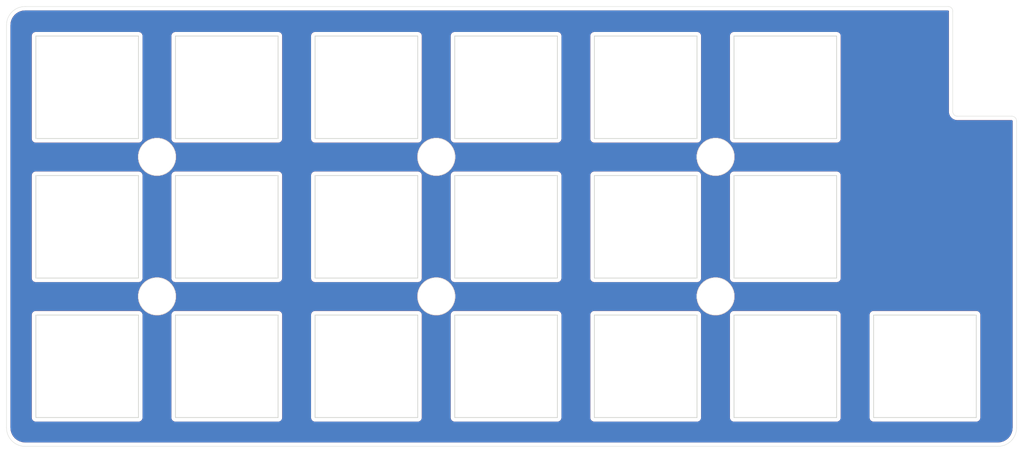
<source format=kicad_pcb>
(kicad_pcb (version 20171130) (host pcbnew "(5.1.7)-1")

  (general
    (thickness 1.6)
    (drawings 94)
    (tracks 0)
    (zones 0)
    (modules 0)
    (nets 1)
  )

  (page A4)
  (layers
    (0 F.Cu signal)
    (31 B.Cu signal)
    (32 B.Adhes user)
    (33 F.Adhes user)
    (34 B.Paste user)
    (35 F.Paste user)
    (36 B.SilkS user)
    (37 F.SilkS user)
    (38 B.Mask user)
    (39 F.Mask user)
    (40 Dwgs.User user)
    (41 Cmts.User user)
    (42 Eco1.User user)
    (43 Eco2.User user)
    (44 Edge.Cuts user)
    (45 Margin user)
    (46 B.CrtYd user)
    (47 F.CrtYd user)
    (48 B.Fab user)
    (49 F.Fab user)
  )

  (setup
    (last_trace_width 0.25)
    (user_trace_width 0.5)
    (trace_clearance 0.2)
    (zone_clearance 0.508)
    (zone_45_only no)
    (trace_min 0.2)
    (via_size 0.8)
    (via_drill 0.4)
    (via_min_size 0.4)
    (via_min_drill 0.3)
    (uvia_size 0.3)
    (uvia_drill 0.1)
    (uvias_allowed no)
    (uvia_min_size 0.2)
    (uvia_min_drill 0.1)
    (edge_width 0.05)
    (segment_width 0.2)
    (pcb_text_width 0.3)
    (pcb_text_size 1.5 1.5)
    (mod_edge_width 0.12)
    (mod_text_size 1 1)
    (mod_text_width 0.15)
    (pad_size 1.524 1.524)
    (pad_drill 0.762)
    (pad_to_mask_clearance 0)
    (aux_axis_origin 0 0)
    (visible_elements 7FFFFFFF)
    (pcbplotparams
      (layerselection 0x010fc_ffffffff)
      (usegerberextensions false)
      (usegerberattributes false)
      (usegerberadvancedattributes false)
      (creategerberjobfile false)
      (excludeedgelayer true)
      (linewidth 0.100000)
      (plotframeref false)
      (viasonmask false)
      (mode 1)
      (useauxorigin false)
      (hpglpennumber 1)
      (hpglpenspeed 20)
      (hpglpendiameter 15.000000)
      (psnegative false)
      (psa4output false)
      (plotreference true)
      (plotvalue false)
      (plotinvisibletext false)
      (padsonsilk true)
      (subtractmaskfromsilk false)
      (outputformat 1)
      (mirror false)
      (drillshape 0)
      (scaleselection 1)
      (outputdirectory "gerber/top_plate/"))
  )

  (net 0 "")

  (net_class Default "これはデフォルトのネット クラスです。"
    (clearance 0.2)
    (trace_width 0.25)
    (via_dia 0.8)
    (via_drill 0.4)
    (uvia_dia 0.3)
    (uvia_drill 0.1)
  )

  (gr_circle (center 135.725 78.575) (end 138.265 78.575) (layer Edge.Cuts) (width 0.05) (tstamp 60FC197F))
  (gr_circle (center 97.625 78.575) (end 100.165 78.575) (layer Edge.Cuts) (width 0.05) (tstamp 60FC1979))
  (gr_circle (center 59.525 78.575) (end 62.065 78.575) (layer Edge.Cuts) (width 0.05) (tstamp 60FC196F))
  (gr_circle (center 135.725 59.525) (end 138.265 59.525) (layer Edge.Cuts) (width 0.05) (tstamp 60FC1960))
  (gr_circle (center 97.625 59.525) (end 100.165 59.525) (layer Edge.Cuts) (width 0.05) (tstamp 60FC1958))
  (gr_circle (center 59.525 59.525) (end 62.065 59.525) (layer Edge.Cuts) (width 0.05))
  (gr_line (start 168.7195 53.975) (end 176.149 53.975) (layer Edge.Cuts) (width 0.05) (tstamp 600D7E95))
  (gr_arc (start 176.149 54.61) (end 176.784 54.61) (angle -90) (layer Edge.Cuts) (width 0.05))
  (gr_arc (start 167.4495 39.624) (end 168.0845 39.624) (angle -90) (layer Edge.Cuts) (width 0.05))
  (gr_arc (start 168.7195 53.34) (end 168.0845 53.34) (angle -90) (layer Edge.Cuts) (width 0.05))
  (gr_line (start 168.0845 39.624) (end 168.0845 53.34) (layer Edge.Cuts) (width 0.05))
  (gr_line (start 95.0888 57.023) (end 81.0895 57.023) (layer Edge.Cuts) (width 0.1))
  (gr_line (start 76.0388 57.023) (end 62.0395 57.023) (layer Edge.Cuts) (width 0.1))
  (gr_line (start 76.0388 43.0237) (end 76.0388 57.023) (layer Edge.Cuts) (width 0.1))
  (gr_line (start 42.98945 57.023) (end 42.98945 43.0237) (layer Edge.Cuts) (width 0.1))
  (gr_line (start 56.989 57.023) (end 42.98945 57.023) (layer Edge.Cuts) (width 0.1))
  (gr_line (start 56.989 43.0237) (end 56.989 57.023) (layer Edge.Cuts) (width 0.1))
  (gr_line (start 81.0895 57.023) (end 81.0895 43.0237) (layer Edge.Cuts) (width 0.1))
  (gr_line (start 62.0395 57.023) (end 62.0395 43.0237) (layer Edge.Cuts) (width 0.1))
  (gr_line (start 42.98945 43.0237) (end 56.989 43.0237) (layer Edge.Cuts) (width 0.1))
  (gr_line (start 62.0395 43.0237) (end 76.0388 43.0237) (layer Edge.Cuts) (width 0.1))
  (gr_line (start 119.1895 95.12316) (end 119.1895 81.1237) (layer Edge.Cuts) (width 0.1))
  (gr_line (start 81.0895 81.1237) (end 95.0888 81.1237) (layer Edge.Cuts) (width 0.1))
  (gr_line (start 100.1395 95.12316) (end 100.1395 81.1237) (layer Edge.Cuts) (width 0.1))
  (gr_line (start 95.0888 81.1237) (end 95.0888 95.12316) (layer Edge.Cuts) (width 0.1))
  (gr_line (start 114.1388 81.1237) (end 114.1388 95.12316) (layer Edge.Cuts) (width 0.1))
  (gr_line (start 76.0388 81.1237) (end 76.0388 95.12316) (layer Edge.Cuts) (width 0.1))
  (gr_line (start 62.0395 81.1237) (end 76.0388 81.1237) (layer Edge.Cuts) (width 0.1))
  (gr_line (start 81.0895 95.12316) (end 81.0895 81.1237) (layer Edge.Cuts) (width 0.1))
  (gr_line (start 95.0888 95.12316) (end 81.0895 95.12316) (layer Edge.Cuts) (width 0.1))
  (gr_line (start 114.1388 95.12316) (end 100.1395 95.12316) (layer Edge.Cuts) (width 0.1))
  (gr_line (start 100.1395 81.1237) (end 114.1388 81.1237) (layer Edge.Cuts) (width 0.1))
  (gr_line (start 56.989 95.12316) (end 42.98945 95.12316) (layer Edge.Cuts) (width 0.1))
  (gr_line (start 56.989 81.1237) (end 56.989 95.12316) (layer Edge.Cuts) (width 0.1))
  (gr_line (start 119.1895 62.0738) (end 133.1888 62.0738) (layer Edge.Cuts) (width 0.1))
  (gr_line (start 42.98945 81.1237) (end 56.989 81.1237) (layer Edge.Cuts) (width 0.1))
  (gr_line (start 76.0388 95.12316) (end 62.0395 95.12316) (layer Edge.Cuts) (width 0.1))
  (gr_line (start 138.2381 76.0732) (end 138.2381 62.0738) (layer Edge.Cuts) (width 0.1))
  (gr_line (start 152.2388 76.0732) (end 138.2381 76.0732) (layer Edge.Cuts) (width 0.1))
  (gr_line (start 152.2388 62.0738) (end 152.2388 76.0732) (layer Edge.Cuts) (width 0.1))
  (gr_line (start 138.2381 62.0738) (end 152.2388 62.0738) (layer Edge.Cuts) (width 0.1))
  (gr_line (start 42.98945 95.12316) (end 42.98945 81.1237) (layer Edge.Cuts) (width 0.1))
  (gr_line (start 62.0395 95.12316) (end 62.0395 81.1237) (layer Edge.Cuts) (width 0.1))
  (gr_line (start 81.0895 62.0738) (end 95.0888 62.0738) (layer Edge.Cuts) (width 0.1))
  (gr_line (start 100.1395 62.0738) (end 114.1388 62.0738) (layer Edge.Cuts) (width 0.1))
  (gr_line (start 133.1888 76.0732) (end 119.1895 76.0732) (layer Edge.Cuts) (width 0.1))
  (gr_line (start 100.1395 76.0732) (end 100.1395 62.0738) (layer Edge.Cuts) (width 0.1))
  (gr_line (start 95.0888 76.0732) (end 81.0895 76.0732) (layer Edge.Cuts) (width 0.1))
  (gr_line (start 95.0888 62.0738) (end 95.0888 76.0732) (layer Edge.Cuts) (width 0.1))
  (gr_line (start 114.1388 76.0732) (end 100.1395 76.0732) (layer Edge.Cuts) (width 0.1))
  (gr_line (start 133.1888 62.0738) (end 133.1888 76.0732) (layer Edge.Cuts) (width 0.1))
  (gr_line (start 114.1388 62.0738) (end 114.1388 76.0732) (layer Edge.Cuts) (width 0.1))
  (gr_line (start 81.0895 76.0732) (end 81.0895 62.0738) (layer Edge.Cuts) (width 0.1))
  (gr_line (start 119.1895 76.0732) (end 119.1895 62.0738) (layer Edge.Cuts) (width 0.1))
  (gr_line (start 133.1888 81.1237) (end 133.1888 95.12316) (layer Edge.Cuts) (width 0.1))
  (gr_line (start 138.2381 95.12316) (end 138.2381 81.1237) (layer Edge.Cuts) (width 0.1))
  (gr_line (start 157.2878 95.12316) (end 157.2878 81.1237) (layer Edge.Cuts) (width 0.1))
  (gr_line (start 138.2381 81.1237) (end 152.2388 81.1237) (layer Edge.Cuts) (width 0.1))
  (gr_line (start 119.1895 81.1237) (end 133.1888 81.1237) (layer Edge.Cuts) (width 0.1))
  (gr_line (start 152.2388 95.12316) (end 138.2381 95.12316) (layer Edge.Cuts) (width 0.1))
  (gr_line (start 157.2878 81.1237) (end 171.2888 81.1237) (layer Edge.Cuts) (width 0.1))
  (gr_line (start 171.2888 95.12316) (end 157.2878 95.12316) (layer Edge.Cuts) (width 0.1))
  (gr_line (start 171.2888 81.1237) (end 171.2888 95.12316) (layer Edge.Cuts) (width 0.1))
  (gr_line (start 152.2388 81.1237) (end 152.2388 95.12316) (layer Edge.Cuts) (width 0.1))
  (gr_line (start 133.1888 95.12316) (end 119.1895 95.12316) (layer Edge.Cuts) (width 0.1))
  (gr_line (start 76.0388 62.0738) (end 76.0388 76.0732) (layer Edge.Cuts) (width 0.1))
  (gr_line (start 62.0395 76.0732) (end 62.0395 62.0738) (layer Edge.Cuts) (width 0.1))
  (gr_line (start 152.2388 57.023) (end 138.2381 57.023) (layer Edge.Cuts) (width 0.1))
  (gr_line (start 42.98945 62.0738) (end 56.989 62.0738) (layer Edge.Cuts) (width 0.1))
  (gr_line (start 152.2388 43.0237) (end 152.2388 57.023) (layer Edge.Cuts) (width 0.1))
  (gr_line (start 138.2381 43.0237) (end 152.2388 43.0237) (layer Edge.Cuts) (width 0.1))
  (gr_line (start 56.989 76.0732) (end 42.98945 76.0732) (layer Edge.Cuts) (width 0.1))
  (gr_line (start 76.0388 76.0732) (end 62.0395 76.0732) (layer Edge.Cuts) (width 0.1))
  (gr_line (start 62.0395 62.0738) (end 76.0388 62.0738) (layer Edge.Cuts) (width 0.1))
  (gr_line (start 42.98945 76.0732) (end 42.98945 62.0738) (layer Edge.Cuts) (width 0.1))
  (gr_line (start 56.989 62.0738) (end 56.989 76.0732) (layer Edge.Cuts) (width 0.1))
  (gr_line (start 133.1888 43.0237) (end 133.1888 57.023) (layer Edge.Cuts) (width 0.1))
  (gr_line (start 81.0895 43.0237) (end 95.0888 43.0237) (layer Edge.Cuts) (width 0.1))
  (gr_line (start 100.1395 57.023) (end 100.1395 43.0237) (layer Edge.Cuts) (width 0.1))
  (gr_line (start 119.1895 43.0237) (end 133.1888 43.0237) (layer Edge.Cuts) (width 0.1))
  (gr_line (start 114.1388 57.023) (end 100.1395 57.023) (layer Edge.Cuts) (width 0.1))
  (gr_line (start 114.1388 43.0237) (end 114.1388 57.023) (layer Edge.Cuts) (width 0.1))
  (gr_line (start 138.2381 57.023) (end 138.2381 43.0237) (layer Edge.Cuts) (width 0.1))
  (gr_line (start 100.1395 43.0237) (end 114.1388 43.0237) (layer Edge.Cuts) (width 0.1))
  (gr_line (start 133.1888 57.023) (end 119.1895 57.023) (layer Edge.Cuts) (width 0.1))
  (gr_line (start 95.0888 43.0237) (end 95.0888 57.023) (layer Edge.Cuts) (width 0.1))
  (gr_line (start 119.1895 57.023) (end 119.1895 43.0237) (layer Edge.Cuts) (width 0.1))
  (gr_arc (start 174.244 96.52) (end 174.244 99.06) (angle -90) (layer Edge.Cuts) (width 0.05))
  (gr_arc (start 41.529 96.52) (end 38.989 96.52) (angle -90) (layer Edge.Cuts) (width 0.05))
  (gr_arc (start 41.529 41.529) (end 41.529 38.989) (angle -90) (layer Edge.Cuts) (width 0.05))
  (gr_line (start 167.4495 38.989) (end 41.529 38.989) (layer Edge.Cuts) (width 0.05))
  (gr_line (start 176.784 96.52) (end 176.784 54.61) (layer Edge.Cuts) (width 0.05) (tstamp 5FFAEA58))
  (gr_line (start 41.529 99.06) (end 174.244 99.06) (layer Edge.Cuts) (width 0.05))
  (gr_line (start 38.989 41.529) (end 38.989 96.52) (layer Edge.Cuts) (width 0.05))

  (zone (net 0) (net_name "") (layer F.Cu) (tstamp 600DF9DB) (hatch edge 0.508)
    (connect_pads (clearance 0.508))
    (min_thickness 0.254)
    (fill yes (arc_segments 32) (thermal_gap 0.508) (thermal_bridge_width 0.508))
    (polygon
      (pts
        (xy 177.8 101.6) (xy 38.1 101.6) (xy 38.1 38.1) (xy 177.8 38.1)
      )
    )
    (filled_polygon
      (pts
        (xy 167.424013 39.649666) (xy 167.4245 39.654301) (xy 167.424501 53.372419) (xy 167.427258 53.40041) (xy 167.427231 53.404255)
        (xy 167.428131 53.413426) (xy 167.441086 53.536677) (xy 167.453115 53.595274) (xy 167.464322 53.654028) (xy 167.466986 53.66285)
        (xy 167.503633 53.781238) (xy 167.526808 53.836368) (xy 167.549222 53.891847) (xy 167.553549 53.899983) (xy 167.612492 54.008998)
        (xy 167.645937 54.058582) (xy 167.678697 54.108645) (xy 167.684522 54.115786) (xy 167.763518 54.211276) (xy 167.805967 54.25343)
        (xy 167.847815 54.296165) (xy 167.854916 54.302039) (xy 167.950955 54.380367) (xy 168.000781 54.413472) (xy 168.050138 54.447267)
        (xy 168.058244 54.45165) (xy 168.167667 54.509832) (xy 168.222959 54.532621) (xy 168.277955 54.556193) (xy 168.286758 54.558918)
        (xy 168.405399 54.594737) (xy 168.464083 54.606357) (xy 168.522594 54.618794) (xy 168.53175 54.619756) (xy 168.531755 54.619757)
        (xy 168.531759 54.619757) (xy 168.655097 54.63185) (xy 168.655098 54.63185) (xy 168.687081 54.635) (xy 176.116725 54.635)
        (xy 176.123513 54.635666) (xy 176.124001 54.64031) (xy 176.124 96.487721) (xy 176.085091 96.884545) (xy 175.97922 97.235206)
        (xy 175.807257 97.558623) (xy 175.575748 97.842482) (xy 175.293514 98.075965) (xy 174.971304 98.250184) (xy 174.621385 98.358502)
        (xy 174.226557 98.4) (xy 41.561279 98.4) (xy 41.164455 98.361091) (xy 40.813794 98.25522) (xy 40.490377 98.083257)
        (xy 40.206518 97.851748) (xy 39.973035 97.569514) (xy 39.798816 97.247304) (xy 39.690498 96.897385) (xy 39.649 96.502557)
        (xy 39.649 81.1237) (xy 42.301136 81.1237) (xy 42.304451 81.157357) (xy 42.30445 95.089513) (xy 42.301136 95.12316)
        (xy 42.314362 95.257443) (xy 42.353531 95.386566) (xy 42.417138 95.505567) (xy 42.502739 95.609871) (xy 42.607043 95.695472)
        (xy 42.726044 95.759079) (xy 42.855167 95.798248) (xy 42.98945 95.811474) (xy 43.023097 95.80816) (xy 56.955353 95.80816)
        (xy 56.989 95.811474) (xy 57.123283 95.798248) (xy 57.252406 95.759079) (xy 57.371407 95.695472) (xy 57.475711 95.609871)
        (xy 57.561312 95.505567) (xy 57.624919 95.386566) (xy 57.664088 95.257443) (xy 57.674 95.156807) (xy 57.674 95.156806)
        (xy 57.677314 95.12316) (xy 57.674 95.089513) (xy 57.674 81.157347) (xy 57.677314 81.1237) (xy 57.664088 80.989417)
        (xy 57.624919 80.860294) (xy 57.561312 80.741293) (xy 57.475711 80.636989) (xy 57.371407 80.551388) (xy 57.252406 80.487781)
        (xy 57.123283 80.448612) (xy 57.022647 80.4387) (xy 56.989 80.435386) (xy 56.955353 80.4387) (xy 43.023097 80.4387)
        (xy 42.98945 80.435386) (xy 42.955803 80.4387) (xy 42.855167 80.448612) (xy 42.726044 80.487781) (xy 42.607043 80.551388)
        (xy 42.502739 80.636989) (xy 42.417138 80.741293) (xy 42.353531 80.860294) (xy 42.314362 80.989417) (xy 42.301136 81.1237)
        (xy 39.649 81.1237) (xy 39.649 78.305626) (xy 56.79 78.305626) (xy 56.79 78.844374) (xy 56.895105 79.37277)
        (xy 57.101275 79.870508) (xy 57.400587 80.318461) (xy 57.781539 80.699413) (xy 58.229492 80.998725) (xy 58.72723 81.204895)
        (xy 59.255626 81.31) (xy 59.794374 81.31) (xy 60.32277 81.204895) (xy 60.518791 81.1237) (xy 61.351186 81.1237)
        (xy 61.354501 81.157357) (xy 61.3545 95.089513) (xy 61.351186 95.12316) (xy 61.364412 95.257443) (xy 61.403581 95.386566)
        (xy 61.467188 95.505567) (xy 61.552789 95.609871) (xy 61.657093 95.695472) (xy 61.776094 95.759079) (xy 61.905217 95.798248)
        (xy 62.0395 95.811474) (xy 62.073147 95.80816) (xy 76.005153 95.80816) (xy 76.0388 95.811474) (xy 76.173083 95.798248)
        (xy 76.302206 95.759079) (xy 76.421207 95.695472) (xy 76.525511 95.609871) (xy 76.611112 95.505567) (xy 76.674719 95.386566)
        (xy 76.713888 95.257443) (xy 76.7238 95.156807) (xy 76.7238 95.156806) (xy 76.727114 95.12316) (xy 76.7238 95.089513)
        (xy 76.7238 81.157347) (xy 76.727114 81.1237) (xy 80.401186 81.1237) (xy 80.404501 81.157357) (xy 80.4045 95.089513)
        (xy 80.401186 95.12316) (xy 80.414412 95.257443) (xy 80.453581 95.386566) (xy 80.517188 95.505567) (xy 80.602789 95.609871)
        (xy 80.707093 95.695472) (xy 80.826094 95.759079) (xy 80.955217 95.798248) (xy 81.0895 95.811474) (xy 81.123147 95.80816)
        (xy 95.055153 95.80816) (xy 95.0888 95.811474) (xy 95.223083 95.798248) (xy 95.352206 95.759079) (xy 95.471207 95.695472)
        (xy 95.575511 95.609871) (xy 95.661112 95.505567) (xy 95.724719 95.386566) (xy 95.763888 95.257443) (xy 95.7738 95.156807)
        (xy 95.7738 95.156806) (xy 95.777114 95.12316) (xy 95.7738 95.089513) (xy 95.7738 81.157347) (xy 95.777114 81.1237)
        (xy 95.763888 80.989417) (xy 95.724719 80.860294) (xy 95.661112 80.741293) (xy 95.575511 80.636989) (xy 95.471207 80.551388)
        (xy 95.352206 80.487781) (xy 95.223083 80.448612) (xy 95.122447 80.4387) (xy 95.0888 80.435386) (xy 95.055153 80.4387)
        (xy 81.123147 80.4387) (xy 81.0895 80.435386) (xy 81.055853 80.4387) (xy 80.955217 80.448612) (xy 80.826094 80.487781)
        (xy 80.707093 80.551388) (xy 80.602789 80.636989) (xy 80.517188 80.741293) (xy 80.453581 80.860294) (xy 80.414412 80.989417)
        (xy 80.401186 81.1237) (xy 76.727114 81.1237) (xy 76.713888 80.989417) (xy 76.674719 80.860294) (xy 76.611112 80.741293)
        (xy 76.525511 80.636989) (xy 76.421207 80.551388) (xy 76.302206 80.487781) (xy 76.173083 80.448612) (xy 76.072447 80.4387)
        (xy 76.0388 80.435386) (xy 76.005153 80.4387) (xy 62.073147 80.4387) (xy 62.0395 80.435386) (xy 62.005853 80.4387)
        (xy 61.905217 80.448612) (xy 61.776094 80.487781) (xy 61.657093 80.551388) (xy 61.552789 80.636989) (xy 61.467188 80.741293)
        (xy 61.403581 80.860294) (xy 61.364412 80.989417) (xy 61.351186 81.1237) (xy 60.518791 81.1237) (xy 60.820508 80.998725)
        (xy 61.268461 80.699413) (xy 61.649413 80.318461) (xy 61.948725 79.870508) (xy 62.154895 79.37277) (xy 62.26 78.844374)
        (xy 62.26 78.305626) (xy 94.89 78.305626) (xy 94.89 78.844374) (xy 94.995105 79.37277) (xy 95.201275 79.870508)
        (xy 95.500587 80.318461) (xy 95.881539 80.699413) (xy 96.329492 80.998725) (xy 96.82723 81.204895) (xy 97.355626 81.31)
        (xy 97.894374 81.31) (xy 98.42277 81.204895) (xy 98.618791 81.1237) (xy 99.451186 81.1237) (xy 99.454501 81.157357)
        (xy 99.4545 95.089513) (xy 99.451186 95.12316) (xy 99.464412 95.257443) (xy 99.503581 95.386566) (xy 99.567188 95.505567)
        (xy 99.652789 95.609871) (xy 99.757093 95.695472) (xy 99.876094 95.759079) (xy 100.005217 95.798248) (xy 100.1395 95.811474)
        (xy 100.173147 95.80816) (xy 114.105153 95.80816) (xy 114.1388 95.811474) (xy 114.273083 95.798248) (xy 114.402206 95.759079)
        (xy 114.521207 95.695472) (xy 114.625511 95.609871) (xy 114.711112 95.505567) (xy 114.774719 95.386566) (xy 114.813888 95.257443)
        (xy 114.8238 95.156807) (xy 114.8238 95.156806) (xy 114.827114 95.12316) (xy 114.8238 95.089513) (xy 114.8238 81.157347)
        (xy 114.827114 81.1237) (xy 118.501186 81.1237) (xy 118.504501 81.157357) (xy 118.5045 95.089513) (xy 118.501186 95.12316)
        (xy 118.514412 95.257443) (xy 118.553581 95.386566) (xy 118.617188 95.505567) (xy 118.702789 95.609871) (xy 118.807093 95.695472)
        (xy 118.926094 95.759079) (xy 119.055217 95.798248) (xy 119.1895 95.811474) (xy 119.223147 95.80816) (xy 133.155153 95.80816)
        (xy 133.1888 95.811474) (xy 133.323083 95.798248) (xy 133.452206 95.759079) (xy 133.571207 95.695472) (xy 133.675511 95.609871)
        (xy 133.761112 95.505567) (xy 133.824719 95.386566) (xy 133.863888 95.257443) (xy 133.8738 95.156807) (xy 133.8738 95.156806)
        (xy 133.877114 95.12316) (xy 133.8738 95.089513) (xy 133.8738 81.157347) (xy 133.877114 81.1237) (xy 133.863888 80.989417)
        (xy 133.824719 80.860294) (xy 133.761112 80.741293) (xy 133.675511 80.636989) (xy 133.571207 80.551388) (xy 133.452206 80.487781)
        (xy 133.323083 80.448612) (xy 133.222447 80.4387) (xy 133.1888 80.435386) (xy 133.155153 80.4387) (xy 119.223147 80.4387)
        (xy 119.1895 80.435386) (xy 119.155853 80.4387) (xy 119.055217 80.448612) (xy 118.926094 80.487781) (xy 118.807093 80.551388)
        (xy 118.702789 80.636989) (xy 118.617188 80.741293) (xy 118.553581 80.860294) (xy 118.514412 80.989417) (xy 118.501186 81.1237)
        (xy 114.827114 81.1237) (xy 114.813888 80.989417) (xy 114.774719 80.860294) (xy 114.711112 80.741293) (xy 114.625511 80.636989)
        (xy 114.521207 80.551388) (xy 114.402206 80.487781) (xy 114.273083 80.448612) (xy 114.172447 80.4387) (xy 114.1388 80.435386)
        (xy 114.105153 80.4387) (xy 100.173147 80.4387) (xy 100.1395 80.435386) (xy 100.105853 80.4387) (xy 100.005217 80.448612)
        (xy 99.876094 80.487781) (xy 99.757093 80.551388) (xy 99.652789 80.636989) (xy 99.567188 80.741293) (xy 99.503581 80.860294)
        (xy 99.464412 80.989417) (xy 99.451186 81.1237) (xy 98.618791 81.1237) (xy 98.920508 80.998725) (xy 99.368461 80.699413)
        (xy 99.749413 80.318461) (xy 100.048725 79.870508) (xy 100.254895 79.37277) (xy 100.36 78.844374) (xy 100.36 78.305626)
        (xy 132.99 78.305626) (xy 132.99 78.844374) (xy 133.095105 79.37277) (xy 133.301275 79.870508) (xy 133.600587 80.318461)
        (xy 133.981539 80.699413) (xy 134.429492 80.998725) (xy 134.92723 81.204895) (xy 135.455626 81.31) (xy 135.994374 81.31)
        (xy 136.52277 81.204895) (xy 136.718791 81.1237) (xy 137.549786 81.1237) (xy 137.553101 81.157357) (xy 137.5531 95.089513)
        (xy 137.549786 95.12316) (xy 137.563012 95.257443) (xy 137.602181 95.386566) (xy 137.665788 95.505567) (xy 137.751389 95.609871)
        (xy 137.855693 95.695472) (xy 137.974694 95.759079) (xy 138.103817 95.798248) (xy 138.2381 95.811474) (xy 138.271747 95.80816)
        (xy 152.205153 95.80816) (xy 152.2388 95.811474) (xy 152.373083 95.798248) (xy 152.502206 95.759079) (xy 152.621207 95.695472)
        (xy 152.725511 95.609871) (xy 152.811112 95.505567) (xy 152.874719 95.386566) (xy 152.913888 95.257443) (xy 152.9238 95.156807)
        (xy 152.9238 95.156806) (xy 152.927114 95.12316) (xy 152.9238 95.089513) (xy 152.9238 81.157347) (xy 152.927114 81.1237)
        (xy 156.599486 81.1237) (xy 156.602801 81.157357) (xy 156.6028 95.089513) (xy 156.599486 95.12316) (xy 156.612712 95.257443)
        (xy 156.651881 95.386566) (xy 156.715488 95.505567) (xy 156.801089 95.609871) (xy 156.905393 95.695472) (xy 157.024394 95.759079)
        (xy 157.153517 95.798248) (xy 157.2878 95.811474) (xy 157.321447 95.80816) (xy 171.255153 95.80816) (xy 171.2888 95.811474)
        (xy 171.423083 95.798248) (xy 171.552206 95.759079) (xy 171.671207 95.695472) (xy 171.775511 95.609871) (xy 171.861112 95.505567)
        (xy 171.924719 95.386566) (xy 171.963888 95.257443) (xy 171.9738 95.156807) (xy 171.9738 95.156806) (xy 171.977114 95.12316)
        (xy 171.9738 95.089513) (xy 171.9738 81.157347) (xy 171.977114 81.1237) (xy 171.963888 80.989417) (xy 171.924719 80.860294)
        (xy 171.861112 80.741293) (xy 171.775511 80.636989) (xy 171.671207 80.551388) (xy 171.552206 80.487781) (xy 171.423083 80.448612)
        (xy 171.322447 80.4387) (xy 171.2888 80.435386) (xy 171.255153 80.4387) (xy 157.321447 80.4387) (xy 157.2878 80.435386)
        (xy 157.254153 80.4387) (xy 157.153517 80.448612) (xy 157.024394 80.487781) (xy 156.905393 80.551388) (xy 156.801089 80.636989)
        (xy 156.715488 80.741293) (xy 156.651881 80.860294) (xy 156.612712 80.989417) (xy 156.599486 81.1237) (xy 152.927114 81.1237)
        (xy 152.913888 80.989417) (xy 152.874719 80.860294) (xy 152.811112 80.741293) (xy 152.725511 80.636989) (xy 152.621207 80.551388)
        (xy 152.502206 80.487781) (xy 152.373083 80.448612) (xy 152.272447 80.4387) (xy 152.2388 80.435386) (xy 152.205153 80.4387)
        (xy 138.271747 80.4387) (xy 138.2381 80.435386) (xy 138.204453 80.4387) (xy 138.103817 80.448612) (xy 137.974694 80.487781)
        (xy 137.855693 80.551388) (xy 137.751389 80.636989) (xy 137.665788 80.741293) (xy 137.602181 80.860294) (xy 137.563012 80.989417)
        (xy 137.549786 81.1237) (xy 136.718791 81.1237) (xy 137.020508 80.998725) (xy 137.468461 80.699413) (xy 137.849413 80.318461)
        (xy 138.148725 79.870508) (xy 138.354895 79.37277) (xy 138.46 78.844374) (xy 138.46 78.305626) (xy 138.354895 77.77723)
        (xy 138.148725 77.279492) (xy 137.849413 76.831539) (xy 137.468461 76.450587) (xy 137.020508 76.151275) (xy 136.52277 75.945105)
        (xy 135.994374 75.84) (xy 135.455626 75.84) (xy 134.92723 75.945105) (xy 134.429492 76.151275) (xy 133.981539 76.450587)
        (xy 133.600587 76.831539) (xy 133.301275 77.279492) (xy 133.095105 77.77723) (xy 132.99 78.305626) (xy 100.36 78.305626)
        (xy 100.254895 77.77723) (xy 100.048725 77.279492) (xy 99.749413 76.831539) (xy 99.368461 76.450587) (xy 98.920508 76.151275)
        (xy 98.42277 75.945105) (xy 97.894374 75.84) (xy 97.355626 75.84) (xy 96.82723 75.945105) (xy 96.329492 76.151275)
        (xy 95.881539 76.450587) (xy 95.500587 76.831539) (xy 95.201275 77.279492) (xy 94.995105 77.77723) (xy 94.89 78.305626)
        (xy 62.26 78.305626) (xy 62.154895 77.77723) (xy 61.948725 77.279492) (xy 61.649413 76.831539) (xy 61.268461 76.450587)
        (xy 60.820508 76.151275) (xy 60.32277 75.945105) (xy 59.794374 75.84) (xy 59.255626 75.84) (xy 58.72723 75.945105)
        (xy 58.229492 76.151275) (xy 57.781539 76.450587) (xy 57.400587 76.831539) (xy 57.101275 77.279492) (xy 56.895105 77.77723)
        (xy 56.79 78.305626) (xy 39.649 78.305626) (xy 39.649 62.0738) (xy 42.301136 62.0738) (xy 42.304451 62.107457)
        (xy 42.30445 76.039553) (xy 42.301136 76.0732) (xy 42.314362 76.207483) (xy 42.353531 76.336606) (xy 42.417138 76.455607)
        (xy 42.502739 76.559911) (xy 42.607043 76.645512) (xy 42.726044 76.709119) (xy 42.855167 76.748288) (xy 42.98945 76.761514)
        (xy 43.023097 76.7582) (xy 56.955353 76.7582) (xy 56.989 76.761514) (xy 57.123283 76.748288) (xy 57.252406 76.709119)
        (xy 57.371407 76.645512) (xy 57.475711 76.559911) (xy 57.561312 76.455607) (xy 57.624919 76.336606) (xy 57.664088 76.207483)
        (xy 57.674 76.106847) (xy 57.674 76.106846) (xy 57.677314 76.0732) (xy 57.674 76.039553) (xy 57.674 62.107447)
        (xy 57.677314 62.0738) (xy 57.664088 61.939517) (xy 57.624919 61.810394) (xy 57.561312 61.691393) (xy 57.475711 61.587089)
        (xy 57.371407 61.501488) (xy 57.252406 61.437881) (xy 57.123283 61.398712) (xy 57.022647 61.3888) (xy 56.989 61.385486)
        (xy 56.955353 61.3888) (xy 43.023097 61.3888) (xy 42.98945 61.385486) (xy 42.955803 61.3888) (xy 42.855167 61.398712)
        (xy 42.726044 61.437881) (xy 42.607043 61.501488) (xy 42.502739 61.587089) (xy 42.417138 61.691393) (xy 42.353531 61.810394)
        (xy 42.314362 61.939517) (xy 42.301136 62.0738) (xy 39.649 62.0738) (xy 39.649 59.255626) (xy 56.79 59.255626)
        (xy 56.79 59.794374) (xy 56.895105 60.32277) (xy 57.101275 60.820508) (xy 57.400587 61.268461) (xy 57.781539 61.649413)
        (xy 58.229492 61.948725) (xy 58.72723 62.154895) (xy 59.255626 62.26) (xy 59.794374 62.26) (xy 60.32277 62.154895)
        (xy 60.51855 62.0738) (xy 61.351186 62.0738) (xy 61.354501 62.107457) (xy 61.3545 76.039553) (xy 61.351186 76.0732)
        (xy 61.364412 76.207483) (xy 61.403581 76.336606) (xy 61.467188 76.455607) (xy 61.552789 76.559911) (xy 61.657093 76.645512)
        (xy 61.776094 76.709119) (xy 61.905217 76.748288) (xy 62.0395 76.761514) (xy 62.073147 76.7582) (xy 76.005153 76.7582)
        (xy 76.0388 76.761514) (xy 76.173083 76.748288) (xy 76.302206 76.709119) (xy 76.421207 76.645512) (xy 76.525511 76.559911)
        (xy 76.611112 76.455607) (xy 76.674719 76.336606) (xy 76.713888 76.207483) (xy 76.7238 76.106847) (xy 76.7238 76.106846)
        (xy 76.727114 76.0732) (xy 76.7238 76.039553) (xy 76.7238 62.107447) (xy 76.727114 62.0738) (xy 80.401186 62.0738)
        (xy 80.404501 62.107457) (xy 80.4045 76.039553) (xy 80.401186 76.0732) (xy 80.414412 76.207483) (xy 80.453581 76.336606)
        (xy 80.517188 76.455607) (xy 80.602789 76.559911) (xy 80.707093 76.645512) (xy 80.826094 76.709119) (xy 80.955217 76.748288)
        (xy 81.0895 76.761514) (xy 81.123147 76.7582) (xy 95.055153 76.7582) (xy 95.0888 76.761514) (xy 95.223083 76.748288)
        (xy 95.352206 76.709119) (xy 95.471207 76.645512) (xy 95.575511 76.559911) (xy 95.661112 76.455607) (xy 95.724719 76.336606)
        (xy 95.763888 76.207483) (xy 95.7738 76.106847) (xy 95.7738 76.106846) (xy 95.777114 76.0732) (xy 95.7738 76.039553)
        (xy 95.7738 62.107447) (xy 95.777114 62.0738) (xy 95.763888 61.939517) (xy 95.724719 61.810394) (xy 95.661112 61.691393)
        (xy 95.575511 61.587089) (xy 95.471207 61.501488) (xy 95.352206 61.437881) (xy 95.223083 61.398712) (xy 95.122447 61.3888)
        (xy 95.0888 61.385486) (xy 95.055153 61.3888) (xy 81.123147 61.3888) (xy 81.0895 61.385486) (xy 81.055853 61.3888)
        (xy 80.955217 61.398712) (xy 80.826094 61.437881) (xy 80.707093 61.501488) (xy 80.602789 61.587089) (xy 80.517188 61.691393)
        (xy 80.453581 61.810394) (xy 80.414412 61.939517) (xy 80.401186 62.0738) (xy 76.727114 62.0738) (xy 76.713888 61.939517)
        (xy 76.674719 61.810394) (xy 76.611112 61.691393) (xy 76.525511 61.587089) (xy 76.421207 61.501488) (xy 76.302206 61.437881)
        (xy 76.173083 61.398712) (xy 76.072447 61.3888) (xy 76.0388 61.385486) (xy 76.005153 61.3888) (xy 62.073147 61.3888)
        (xy 62.0395 61.385486) (xy 62.005853 61.3888) (xy 61.905217 61.398712) (xy 61.776094 61.437881) (xy 61.657093 61.501488)
        (xy 61.552789 61.587089) (xy 61.467188 61.691393) (xy 61.403581 61.810394) (xy 61.364412 61.939517) (xy 61.351186 62.0738)
        (xy 60.51855 62.0738) (xy 60.820508 61.948725) (xy 61.268461 61.649413) (xy 61.649413 61.268461) (xy 61.948725 60.820508)
        (xy 62.154895 60.32277) (xy 62.26 59.794374) (xy 62.26 59.255626) (xy 94.89 59.255626) (xy 94.89 59.794374)
        (xy 94.995105 60.32277) (xy 95.201275 60.820508) (xy 95.500587 61.268461) (xy 95.881539 61.649413) (xy 96.329492 61.948725)
        (xy 96.82723 62.154895) (xy 97.355626 62.26) (xy 97.894374 62.26) (xy 98.42277 62.154895) (xy 98.61855 62.0738)
        (xy 99.451186 62.0738) (xy 99.454501 62.107457) (xy 99.4545 76.039553) (xy 99.451186 76.0732) (xy 99.464412 76.207483)
        (xy 99.503581 76.336606) (xy 99.567188 76.455607) (xy 99.652789 76.559911) (xy 99.757093 76.645512) (xy 99.876094 76.709119)
        (xy 100.005217 76.748288) (xy 100.1395 76.761514) (xy 100.173147 76.7582) (xy 114.105153 76.7582) (xy 114.1388 76.761514)
        (xy 114.273083 76.748288) (xy 114.402206 76.709119) (xy 114.521207 76.645512) (xy 114.625511 76.559911) (xy 114.711112 76.455607)
        (xy 114.774719 76.336606) (xy 114.813888 76.207483) (xy 114.8238 76.106847) (xy 114.8238 76.106846) (xy 114.827114 76.0732)
        (xy 114.8238 76.039553) (xy 114.8238 62.107447) (xy 114.827114 62.0738) (xy 118.501186 62.0738) (xy 118.504501 62.107457)
        (xy 118.5045 76.039553) (xy 118.501186 76.0732) (xy 118.514412 76.207483) (xy 118.553581 76.336606) (xy 118.617188 76.455607)
        (xy 118.702789 76.559911) (xy 118.807093 76.645512) (xy 118.926094 76.709119) (xy 119.055217 76.748288) (xy 119.1895 76.761514)
        (xy 119.223147 76.7582) (xy 133.155153 76.7582) (xy 133.1888 76.761514) (xy 133.323083 76.748288) (xy 133.452206 76.709119)
        (xy 133.571207 76.645512) (xy 133.675511 76.559911) (xy 133.761112 76.455607) (xy 133.824719 76.336606) (xy 133.863888 76.207483)
        (xy 133.8738 76.106847) (xy 133.8738 76.106846) (xy 133.877114 76.0732) (xy 133.8738 76.039553) (xy 133.8738 62.107447)
        (xy 133.877114 62.0738) (xy 133.863888 61.939517) (xy 133.824719 61.810394) (xy 133.761112 61.691393) (xy 133.675511 61.587089)
        (xy 133.571207 61.501488) (xy 133.452206 61.437881) (xy 133.323083 61.398712) (xy 133.222447 61.3888) (xy 133.1888 61.385486)
        (xy 133.155153 61.3888) (xy 119.223147 61.3888) (xy 119.1895 61.385486) (xy 119.155853 61.3888) (xy 119.055217 61.398712)
        (xy 118.926094 61.437881) (xy 118.807093 61.501488) (xy 118.702789 61.587089) (xy 118.617188 61.691393) (xy 118.553581 61.810394)
        (xy 118.514412 61.939517) (xy 118.501186 62.0738) (xy 114.827114 62.0738) (xy 114.813888 61.939517) (xy 114.774719 61.810394)
        (xy 114.711112 61.691393) (xy 114.625511 61.587089) (xy 114.521207 61.501488) (xy 114.402206 61.437881) (xy 114.273083 61.398712)
        (xy 114.172447 61.3888) (xy 114.1388 61.385486) (xy 114.105153 61.3888) (xy 100.173147 61.3888) (xy 100.1395 61.385486)
        (xy 100.105853 61.3888) (xy 100.005217 61.398712) (xy 99.876094 61.437881) (xy 99.757093 61.501488) (xy 99.652789 61.587089)
        (xy 99.567188 61.691393) (xy 99.503581 61.810394) (xy 99.464412 61.939517) (xy 99.451186 62.0738) (xy 98.61855 62.0738)
        (xy 98.920508 61.948725) (xy 99.368461 61.649413) (xy 99.749413 61.268461) (xy 100.048725 60.820508) (xy 100.254895 60.32277)
        (xy 100.36 59.794374) (xy 100.36 59.255626) (xy 132.99 59.255626) (xy 132.99 59.794374) (xy 133.095105 60.32277)
        (xy 133.301275 60.820508) (xy 133.600587 61.268461) (xy 133.981539 61.649413) (xy 134.429492 61.948725) (xy 134.92723 62.154895)
        (xy 135.455626 62.26) (xy 135.994374 62.26) (xy 136.52277 62.154895) (xy 136.71855 62.0738) (xy 137.549786 62.0738)
        (xy 137.553101 62.107457) (xy 137.5531 76.039553) (xy 137.549786 76.0732) (xy 137.563012 76.207483) (xy 137.602181 76.336606)
        (xy 137.665788 76.455607) (xy 137.751389 76.559911) (xy 137.855693 76.645512) (xy 137.974694 76.709119) (xy 138.103817 76.748288)
        (xy 138.2381 76.761514) (xy 138.271747 76.7582) (xy 152.205153 76.7582) (xy 152.2388 76.761514) (xy 152.373083 76.748288)
        (xy 152.502206 76.709119) (xy 152.621207 76.645512) (xy 152.725511 76.559911) (xy 152.811112 76.455607) (xy 152.874719 76.336606)
        (xy 152.913888 76.207483) (xy 152.9238 76.106847) (xy 152.9238 76.106846) (xy 152.927114 76.0732) (xy 152.9238 76.039553)
        (xy 152.9238 62.107447) (xy 152.927114 62.0738) (xy 152.913888 61.939517) (xy 152.874719 61.810394) (xy 152.811112 61.691393)
        (xy 152.725511 61.587089) (xy 152.621207 61.501488) (xy 152.502206 61.437881) (xy 152.373083 61.398712) (xy 152.272447 61.3888)
        (xy 152.2388 61.385486) (xy 152.205153 61.3888) (xy 138.271747 61.3888) (xy 138.2381 61.385486) (xy 138.204453 61.3888)
        (xy 138.103817 61.398712) (xy 137.974694 61.437881) (xy 137.855693 61.501488) (xy 137.751389 61.587089) (xy 137.665788 61.691393)
        (xy 137.602181 61.810394) (xy 137.563012 61.939517) (xy 137.549786 62.0738) (xy 136.71855 62.0738) (xy 137.020508 61.948725)
        (xy 137.468461 61.649413) (xy 137.849413 61.268461) (xy 138.148725 60.820508) (xy 138.354895 60.32277) (xy 138.46 59.794374)
        (xy 138.46 59.255626) (xy 138.354895 58.72723) (xy 138.148725 58.229492) (xy 137.849413 57.781539) (xy 137.468461 57.400587)
        (xy 137.020508 57.101275) (xy 136.52277 56.895105) (xy 135.994374 56.79) (xy 135.455626 56.79) (xy 134.92723 56.895105)
        (xy 134.429492 57.101275) (xy 133.981539 57.400587) (xy 133.600587 57.781539) (xy 133.301275 58.229492) (xy 133.095105 58.72723)
        (xy 132.99 59.255626) (xy 100.36 59.255626) (xy 100.254895 58.72723) (xy 100.048725 58.229492) (xy 99.749413 57.781539)
        (xy 99.368461 57.400587) (xy 98.920508 57.101275) (xy 98.42277 56.895105) (xy 97.894374 56.79) (xy 97.355626 56.79)
        (xy 96.82723 56.895105) (xy 96.329492 57.101275) (xy 95.881539 57.400587) (xy 95.500587 57.781539) (xy 95.201275 58.229492)
        (xy 94.995105 58.72723) (xy 94.89 59.255626) (xy 62.26 59.255626) (xy 62.154895 58.72723) (xy 61.948725 58.229492)
        (xy 61.649413 57.781539) (xy 61.268461 57.400587) (xy 60.820508 57.101275) (xy 60.32277 56.895105) (xy 59.794374 56.79)
        (xy 59.255626 56.79) (xy 58.72723 56.895105) (xy 58.229492 57.101275) (xy 57.781539 57.400587) (xy 57.400587 57.781539)
        (xy 57.101275 58.229492) (xy 56.895105 58.72723) (xy 56.79 59.255626) (xy 39.649 59.255626) (xy 39.649 43.0237)
        (xy 42.301136 43.0237) (xy 42.304451 43.057357) (xy 42.30445 56.989353) (xy 42.301136 57.023) (xy 42.314362 57.157283)
        (xy 42.353531 57.286406) (xy 42.417138 57.405407) (xy 42.502739 57.509711) (xy 42.607043 57.595312) (xy 42.726044 57.658919)
        (xy 42.855167 57.698088) (xy 42.98945 57.711314) (xy 43.023097 57.708) (xy 56.955353 57.708) (xy 56.989 57.711314)
        (xy 57.123283 57.698088) (xy 57.252406 57.658919) (xy 57.371407 57.595312) (xy 57.475711 57.509711) (xy 57.561312 57.405407)
        (xy 57.624919 57.286406) (xy 57.664088 57.157283) (xy 57.674 57.056647) (xy 57.674 57.056646) (xy 57.677314 57.023)
        (xy 57.674 56.989353) (xy 57.674 43.057347) (xy 57.677314 43.0237) (xy 61.351186 43.0237) (xy 61.354501 43.057357)
        (xy 61.3545 56.989353) (xy 61.351186 57.023) (xy 61.364412 57.157283) (xy 61.403581 57.286406) (xy 61.467188 57.405407)
        (xy 61.552789 57.509711) (xy 61.657093 57.595312) (xy 61.776094 57.658919) (xy 61.905217 57.698088) (xy 62.0395 57.711314)
        (xy 62.073147 57.708) (xy 76.005153 57.708) (xy 76.0388 57.711314) (xy 76.173083 57.698088) (xy 76.302206 57.658919)
        (xy 76.421207 57.595312) (xy 76.525511 57.509711) (xy 76.611112 57.405407) (xy 76.674719 57.286406) (xy 76.713888 57.157283)
        (xy 76.7238 57.056647) (xy 76.7238 57.056646) (xy 76.727114 57.023) (xy 76.7238 56.989353) (xy 76.7238 43.057347)
        (xy 76.727114 43.0237) (xy 80.401186 43.0237) (xy 80.404501 43.057357) (xy 80.4045 56.989353) (xy 80.401186 57.023)
        (xy 80.414412 57.157283) (xy 80.453581 57.286406) (xy 80.517188 57.405407) (xy 80.602789 57.509711) (xy 80.707093 57.595312)
        (xy 80.826094 57.658919) (xy 80.955217 57.698088) (xy 81.0895 57.711314) (xy 81.123147 57.708) (xy 95.055153 57.708)
        (xy 95.0888 57.711314) (xy 95.223083 57.698088) (xy 95.352206 57.658919) (xy 95.471207 57.595312) (xy 95.575511 57.509711)
        (xy 95.661112 57.405407) (xy 95.724719 57.286406) (xy 95.763888 57.157283) (xy 95.7738 57.056647) (xy 95.7738 57.056646)
        (xy 95.777114 57.023) (xy 95.7738 56.989353) (xy 95.7738 43.057347) (xy 95.777114 43.0237) (xy 99.451186 43.0237)
        (xy 99.454501 43.057357) (xy 99.4545 56.989353) (xy 99.451186 57.023) (xy 99.464412 57.157283) (xy 99.503581 57.286406)
        (xy 99.567188 57.405407) (xy 99.652789 57.509711) (xy 99.757093 57.595312) (xy 99.876094 57.658919) (xy 100.005217 57.698088)
        (xy 100.1395 57.711314) (xy 100.173147 57.708) (xy 114.105153 57.708) (xy 114.1388 57.711314) (xy 114.273083 57.698088)
        (xy 114.402206 57.658919) (xy 114.521207 57.595312) (xy 114.625511 57.509711) (xy 114.711112 57.405407) (xy 114.774719 57.286406)
        (xy 114.813888 57.157283) (xy 114.8238 57.056647) (xy 114.8238 57.056646) (xy 114.827114 57.023) (xy 114.8238 56.989353)
        (xy 114.8238 43.057347) (xy 114.827114 43.0237) (xy 118.501186 43.0237) (xy 118.504501 43.057357) (xy 118.5045 56.989353)
        (xy 118.501186 57.023) (xy 118.514412 57.157283) (xy 118.553581 57.286406) (xy 118.617188 57.405407) (xy 118.702789 57.509711)
        (xy 118.807093 57.595312) (xy 118.926094 57.658919) (xy 119.055217 57.698088) (xy 119.1895 57.711314) (xy 119.223147 57.708)
        (xy 133.155153 57.708) (xy 133.1888 57.711314) (xy 133.323083 57.698088) (xy 133.452206 57.658919) (xy 133.571207 57.595312)
        (xy 133.675511 57.509711) (xy 133.761112 57.405407) (xy 133.824719 57.286406) (xy 133.863888 57.157283) (xy 133.8738 57.056647)
        (xy 133.8738 57.056646) (xy 133.877114 57.023) (xy 133.8738 56.989353) (xy 133.8738 43.057347) (xy 133.877114 43.0237)
        (xy 137.549786 43.0237) (xy 137.553101 43.057357) (xy 137.5531 56.989353) (xy 137.549786 57.023) (xy 137.563012 57.157283)
        (xy 137.602181 57.286406) (xy 137.665788 57.405407) (xy 137.751389 57.509711) (xy 137.855693 57.595312) (xy 137.974694 57.658919)
        (xy 138.103817 57.698088) (xy 138.2381 57.711314) (xy 138.271747 57.708) (xy 152.205153 57.708) (xy 152.2388 57.711314)
        (xy 152.373083 57.698088) (xy 152.502206 57.658919) (xy 152.621207 57.595312) (xy 152.725511 57.509711) (xy 152.811112 57.405407)
        (xy 152.874719 57.286406) (xy 152.913888 57.157283) (xy 152.9238 57.056647) (xy 152.9238 57.056646) (xy 152.927114 57.023)
        (xy 152.9238 56.989353) (xy 152.9238 43.057347) (xy 152.927114 43.0237) (xy 152.913888 42.889417) (xy 152.874719 42.760294)
        (xy 152.811112 42.641293) (xy 152.725511 42.536989) (xy 152.621207 42.451388) (xy 152.502206 42.387781) (xy 152.373083 42.348612)
        (xy 152.272447 42.3387) (xy 152.2388 42.335386) (xy 152.205153 42.3387) (xy 138.271747 42.3387) (xy 138.2381 42.335386)
        (xy 138.204453 42.3387) (xy 138.103817 42.348612) (xy 137.974694 42.387781) (xy 137.855693 42.451388) (xy 137.751389 42.536989)
        (xy 137.665788 42.641293) (xy 137.602181 42.760294) (xy 137.563012 42.889417) (xy 137.549786 43.0237) (xy 133.877114 43.0237)
        (xy 133.863888 42.889417) (xy 133.824719 42.760294) (xy 133.761112 42.641293) (xy 133.675511 42.536989) (xy 133.571207 42.451388)
        (xy 133.452206 42.387781) (xy 133.323083 42.348612) (xy 133.222447 42.3387) (xy 133.1888 42.335386) (xy 133.155153 42.3387)
        (xy 119.223147 42.3387) (xy 119.1895 42.335386) (xy 119.155853 42.3387) (xy 119.055217 42.348612) (xy 118.926094 42.387781)
        (xy 118.807093 42.451388) (xy 118.702789 42.536989) (xy 118.617188 42.641293) (xy 118.553581 42.760294) (xy 118.514412 42.889417)
        (xy 118.501186 43.0237) (xy 114.827114 43.0237) (xy 114.813888 42.889417) (xy 114.774719 42.760294) (xy 114.711112 42.641293)
        (xy 114.625511 42.536989) (xy 114.521207 42.451388) (xy 114.402206 42.387781) (xy 114.273083 42.348612) (xy 114.172447 42.3387)
        (xy 114.1388 42.335386) (xy 114.105153 42.3387) (xy 100.173147 42.3387) (xy 100.1395 42.335386) (xy 100.105853 42.3387)
        (xy 100.005217 42.348612) (xy 99.876094 42.387781) (xy 99.757093 42.451388) (xy 99.652789 42.536989) (xy 99.567188 42.641293)
        (xy 99.503581 42.760294) (xy 99.464412 42.889417) (xy 99.451186 43.0237) (xy 95.777114 43.0237) (xy 95.763888 42.889417)
        (xy 95.724719 42.760294) (xy 95.661112 42.641293) (xy 95.575511 42.536989) (xy 95.471207 42.451388) (xy 95.352206 42.387781)
        (xy 95.223083 42.348612) (xy 95.122447 42.3387) (xy 95.0888 42.335386) (xy 95.055153 42.3387) (xy 81.123147 42.3387)
        (xy 81.0895 42.335386) (xy 81.055853 42.3387) (xy 80.955217 42.348612) (xy 80.826094 42.387781) (xy 80.707093 42.451388)
        (xy 80.602789 42.536989) (xy 80.517188 42.641293) (xy 80.453581 42.760294) (xy 80.414412 42.889417) (xy 80.401186 43.0237)
        (xy 76.727114 43.0237) (xy 76.713888 42.889417) (xy 76.674719 42.760294) (xy 76.611112 42.641293) (xy 76.525511 42.536989)
        (xy 76.421207 42.451388) (xy 76.302206 42.387781) (xy 76.173083 42.348612) (xy 76.072447 42.3387) (xy 76.0388 42.335386)
        (xy 76.005153 42.3387) (xy 62.073147 42.3387) (xy 62.0395 42.335386) (xy 62.005853 42.3387) (xy 61.905217 42.348612)
        (xy 61.776094 42.387781) (xy 61.657093 42.451388) (xy 61.552789 42.536989) (xy 61.467188 42.641293) (xy 61.403581 42.760294)
        (xy 61.364412 42.889417) (xy 61.351186 43.0237) (xy 57.677314 43.0237) (xy 57.664088 42.889417) (xy 57.624919 42.760294)
        (xy 57.561312 42.641293) (xy 57.475711 42.536989) (xy 57.371407 42.451388) (xy 57.252406 42.387781) (xy 57.123283 42.348612)
        (xy 57.022647 42.3387) (xy 56.989 42.335386) (xy 56.955353 42.3387) (xy 43.023097 42.3387) (xy 42.98945 42.335386)
        (xy 42.955803 42.3387) (xy 42.855167 42.348612) (xy 42.726044 42.387781) (xy 42.607043 42.451388) (xy 42.502739 42.536989)
        (xy 42.417138 42.641293) (xy 42.353531 42.760294) (xy 42.314362 42.889417) (xy 42.301136 43.0237) (xy 39.649 43.0237)
        (xy 39.649 41.561279) (xy 39.687909 41.164455) (xy 39.79378 40.813792) (xy 39.965744 40.490375) (xy 40.197254 40.206516)
        (xy 40.479486 39.973035) (xy 40.801695 39.798817) (xy 41.151614 39.690498) (xy 41.546443 39.649) (xy 167.417225 39.649)
      )
    )
  )
  (zone (net 0) (net_name "") (layer B.Cu) (tstamp 600DF9D8) (hatch edge 0.508)
    (connect_pads (clearance 0.508))
    (min_thickness 0.254)
    (fill yes (arc_segments 32) (thermal_gap 0.508) (thermal_bridge_width 0.508))
    (polygon
      (pts
        (xy 177.8 101.6) (xy 38.1 101.6) (xy 38.1 38.1) (xy 177.8 38.1)
      )
    )
    (filled_polygon
      (pts
        (xy 167.424013 39.649666) (xy 167.4245 39.654301) (xy 167.424501 53.372419) (xy 167.427258 53.40041) (xy 167.427231 53.404255)
        (xy 167.428131 53.413426) (xy 167.441086 53.536677) (xy 167.453115 53.595274) (xy 167.464322 53.654028) (xy 167.466986 53.66285)
        (xy 167.503633 53.781238) (xy 167.526808 53.836368) (xy 167.549222 53.891847) (xy 167.553549 53.899983) (xy 167.612492 54.008998)
        (xy 167.645937 54.058582) (xy 167.678697 54.108645) (xy 167.684522 54.115786) (xy 167.763518 54.211276) (xy 167.805967 54.25343)
        (xy 167.847815 54.296165) (xy 167.854916 54.302039) (xy 167.950955 54.380367) (xy 168.000781 54.413472) (xy 168.050138 54.447267)
        (xy 168.058244 54.45165) (xy 168.167667 54.509832) (xy 168.222959 54.532621) (xy 168.277955 54.556193) (xy 168.286758 54.558918)
        (xy 168.405399 54.594737) (xy 168.464083 54.606357) (xy 168.522594 54.618794) (xy 168.53175 54.619756) (xy 168.531755 54.619757)
        (xy 168.531759 54.619757) (xy 168.655097 54.63185) (xy 168.655098 54.63185) (xy 168.687081 54.635) (xy 176.116725 54.635)
        (xy 176.123513 54.635666) (xy 176.124001 54.64031) (xy 176.124 96.487721) (xy 176.085091 96.884545) (xy 175.97922 97.235206)
        (xy 175.807257 97.558623) (xy 175.575748 97.842482) (xy 175.293514 98.075965) (xy 174.971304 98.250184) (xy 174.621385 98.358502)
        (xy 174.226557 98.4) (xy 41.561279 98.4) (xy 41.164455 98.361091) (xy 40.813794 98.25522) (xy 40.490377 98.083257)
        (xy 40.206518 97.851748) (xy 39.973035 97.569514) (xy 39.798816 97.247304) (xy 39.690498 96.897385) (xy 39.649 96.502557)
        (xy 39.649 81.1237) (xy 42.301136 81.1237) (xy 42.304451 81.157357) (xy 42.30445 95.089513) (xy 42.301136 95.12316)
        (xy 42.314362 95.257443) (xy 42.353531 95.386566) (xy 42.417138 95.505567) (xy 42.502739 95.609871) (xy 42.607043 95.695472)
        (xy 42.726044 95.759079) (xy 42.855167 95.798248) (xy 42.98945 95.811474) (xy 43.023097 95.80816) (xy 56.955353 95.80816)
        (xy 56.989 95.811474) (xy 57.123283 95.798248) (xy 57.252406 95.759079) (xy 57.371407 95.695472) (xy 57.475711 95.609871)
        (xy 57.561312 95.505567) (xy 57.624919 95.386566) (xy 57.664088 95.257443) (xy 57.674 95.156807) (xy 57.674 95.156806)
        (xy 57.677314 95.12316) (xy 57.674 95.089513) (xy 57.674 81.157347) (xy 57.677314 81.1237) (xy 57.664088 80.989417)
        (xy 57.624919 80.860294) (xy 57.561312 80.741293) (xy 57.475711 80.636989) (xy 57.371407 80.551388) (xy 57.252406 80.487781)
        (xy 57.123283 80.448612) (xy 57.022647 80.4387) (xy 56.989 80.435386) (xy 56.955353 80.4387) (xy 43.023097 80.4387)
        (xy 42.98945 80.435386) (xy 42.955803 80.4387) (xy 42.855167 80.448612) (xy 42.726044 80.487781) (xy 42.607043 80.551388)
        (xy 42.502739 80.636989) (xy 42.417138 80.741293) (xy 42.353531 80.860294) (xy 42.314362 80.989417) (xy 42.301136 81.1237)
        (xy 39.649 81.1237) (xy 39.649 78.305626) (xy 56.79 78.305626) (xy 56.79 78.844374) (xy 56.895105 79.37277)
        (xy 57.101275 79.870508) (xy 57.400587 80.318461) (xy 57.781539 80.699413) (xy 58.229492 80.998725) (xy 58.72723 81.204895)
        (xy 59.255626 81.31) (xy 59.794374 81.31) (xy 60.32277 81.204895) (xy 60.518791 81.1237) (xy 61.351186 81.1237)
        (xy 61.354501 81.157357) (xy 61.3545 95.089513) (xy 61.351186 95.12316) (xy 61.364412 95.257443) (xy 61.403581 95.386566)
        (xy 61.467188 95.505567) (xy 61.552789 95.609871) (xy 61.657093 95.695472) (xy 61.776094 95.759079) (xy 61.905217 95.798248)
        (xy 62.0395 95.811474) (xy 62.073147 95.80816) (xy 76.005153 95.80816) (xy 76.0388 95.811474) (xy 76.173083 95.798248)
        (xy 76.302206 95.759079) (xy 76.421207 95.695472) (xy 76.525511 95.609871) (xy 76.611112 95.505567) (xy 76.674719 95.386566)
        (xy 76.713888 95.257443) (xy 76.7238 95.156807) (xy 76.7238 95.156806) (xy 76.727114 95.12316) (xy 76.7238 95.089513)
        (xy 76.7238 81.157347) (xy 76.727114 81.1237) (xy 80.401186 81.1237) (xy 80.404501 81.157357) (xy 80.4045 95.089513)
        (xy 80.401186 95.12316) (xy 80.414412 95.257443) (xy 80.453581 95.386566) (xy 80.517188 95.505567) (xy 80.602789 95.609871)
        (xy 80.707093 95.695472) (xy 80.826094 95.759079) (xy 80.955217 95.798248) (xy 81.0895 95.811474) (xy 81.123147 95.80816)
        (xy 95.055153 95.80816) (xy 95.0888 95.811474) (xy 95.223083 95.798248) (xy 95.352206 95.759079) (xy 95.471207 95.695472)
        (xy 95.575511 95.609871) (xy 95.661112 95.505567) (xy 95.724719 95.386566) (xy 95.763888 95.257443) (xy 95.7738 95.156807)
        (xy 95.7738 95.156806) (xy 95.777114 95.12316) (xy 95.7738 95.089513) (xy 95.7738 81.157347) (xy 95.777114 81.1237)
        (xy 95.763888 80.989417) (xy 95.724719 80.860294) (xy 95.661112 80.741293) (xy 95.575511 80.636989) (xy 95.471207 80.551388)
        (xy 95.352206 80.487781) (xy 95.223083 80.448612) (xy 95.122447 80.4387) (xy 95.0888 80.435386) (xy 95.055153 80.4387)
        (xy 81.123147 80.4387) (xy 81.0895 80.435386) (xy 81.055853 80.4387) (xy 80.955217 80.448612) (xy 80.826094 80.487781)
        (xy 80.707093 80.551388) (xy 80.602789 80.636989) (xy 80.517188 80.741293) (xy 80.453581 80.860294) (xy 80.414412 80.989417)
        (xy 80.401186 81.1237) (xy 76.727114 81.1237) (xy 76.713888 80.989417) (xy 76.674719 80.860294) (xy 76.611112 80.741293)
        (xy 76.525511 80.636989) (xy 76.421207 80.551388) (xy 76.302206 80.487781) (xy 76.173083 80.448612) (xy 76.072447 80.4387)
        (xy 76.0388 80.435386) (xy 76.005153 80.4387) (xy 62.073147 80.4387) (xy 62.0395 80.435386) (xy 62.005853 80.4387)
        (xy 61.905217 80.448612) (xy 61.776094 80.487781) (xy 61.657093 80.551388) (xy 61.552789 80.636989) (xy 61.467188 80.741293)
        (xy 61.403581 80.860294) (xy 61.364412 80.989417) (xy 61.351186 81.1237) (xy 60.518791 81.1237) (xy 60.820508 80.998725)
        (xy 61.268461 80.699413) (xy 61.649413 80.318461) (xy 61.948725 79.870508) (xy 62.154895 79.37277) (xy 62.26 78.844374)
        (xy 62.26 78.305626) (xy 94.89 78.305626) (xy 94.89 78.844374) (xy 94.995105 79.37277) (xy 95.201275 79.870508)
        (xy 95.500587 80.318461) (xy 95.881539 80.699413) (xy 96.329492 80.998725) (xy 96.82723 81.204895) (xy 97.355626 81.31)
        (xy 97.894374 81.31) (xy 98.42277 81.204895) (xy 98.618791 81.1237) (xy 99.451186 81.1237) (xy 99.454501 81.157357)
        (xy 99.4545 95.089513) (xy 99.451186 95.12316) (xy 99.464412 95.257443) (xy 99.503581 95.386566) (xy 99.567188 95.505567)
        (xy 99.652789 95.609871) (xy 99.757093 95.695472) (xy 99.876094 95.759079) (xy 100.005217 95.798248) (xy 100.1395 95.811474)
        (xy 100.173147 95.80816) (xy 114.105153 95.80816) (xy 114.1388 95.811474) (xy 114.273083 95.798248) (xy 114.402206 95.759079)
        (xy 114.521207 95.695472) (xy 114.625511 95.609871) (xy 114.711112 95.505567) (xy 114.774719 95.386566) (xy 114.813888 95.257443)
        (xy 114.8238 95.156807) (xy 114.8238 95.156806) (xy 114.827114 95.12316) (xy 114.8238 95.089513) (xy 114.8238 81.157347)
        (xy 114.827114 81.1237) (xy 118.501186 81.1237) (xy 118.504501 81.157357) (xy 118.5045 95.089513) (xy 118.501186 95.12316)
        (xy 118.514412 95.257443) (xy 118.553581 95.386566) (xy 118.617188 95.505567) (xy 118.702789 95.609871) (xy 118.807093 95.695472)
        (xy 118.926094 95.759079) (xy 119.055217 95.798248) (xy 119.1895 95.811474) (xy 119.223147 95.80816) (xy 133.155153 95.80816)
        (xy 133.1888 95.811474) (xy 133.323083 95.798248) (xy 133.452206 95.759079) (xy 133.571207 95.695472) (xy 133.675511 95.609871)
        (xy 133.761112 95.505567) (xy 133.824719 95.386566) (xy 133.863888 95.257443) (xy 133.8738 95.156807) (xy 133.8738 95.156806)
        (xy 133.877114 95.12316) (xy 133.8738 95.089513) (xy 133.8738 81.157347) (xy 133.877114 81.1237) (xy 133.863888 80.989417)
        (xy 133.824719 80.860294) (xy 133.761112 80.741293) (xy 133.675511 80.636989) (xy 133.571207 80.551388) (xy 133.452206 80.487781)
        (xy 133.323083 80.448612) (xy 133.222447 80.4387) (xy 133.1888 80.435386) (xy 133.155153 80.4387) (xy 119.223147 80.4387)
        (xy 119.1895 80.435386) (xy 119.155853 80.4387) (xy 119.055217 80.448612) (xy 118.926094 80.487781) (xy 118.807093 80.551388)
        (xy 118.702789 80.636989) (xy 118.617188 80.741293) (xy 118.553581 80.860294) (xy 118.514412 80.989417) (xy 118.501186 81.1237)
        (xy 114.827114 81.1237) (xy 114.813888 80.989417) (xy 114.774719 80.860294) (xy 114.711112 80.741293) (xy 114.625511 80.636989)
        (xy 114.521207 80.551388) (xy 114.402206 80.487781) (xy 114.273083 80.448612) (xy 114.172447 80.4387) (xy 114.1388 80.435386)
        (xy 114.105153 80.4387) (xy 100.173147 80.4387) (xy 100.1395 80.435386) (xy 100.105853 80.4387) (xy 100.005217 80.448612)
        (xy 99.876094 80.487781) (xy 99.757093 80.551388) (xy 99.652789 80.636989) (xy 99.567188 80.741293) (xy 99.503581 80.860294)
        (xy 99.464412 80.989417) (xy 99.451186 81.1237) (xy 98.618791 81.1237) (xy 98.920508 80.998725) (xy 99.368461 80.699413)
        (xy 99.749413 80.318461) (xy 100.048725 79.870508) (xy 100.254895 79.37277) (xy 100.36 78.844374) (xy 100.36 78.305626)
        (xy 132.99 78.305626) (xy 132.99 78.844374) (xy 133.095105 79.37277) (xy 133.301275 79.870508) (xy 133.600587 80.318461)
        (xy 133.981539 80.699413) (xy 134.429492 80.998725) (xy 134.92723 81.204895) (xy 135.455626 81.31) (xy 135.994374 81.31)
        (xy 136.52277 81.204895) (xy 136.718791 81.1237) (xy 137.549786 81.1237) (xy 137.553101 81.157357) (xy 137.5531 95.089513)
        (xy 137.549786 95.12316) (xy 137.563012 95.257443) (xy 137.602181 95.386566) (xy 137.665788 95.505567) (xy 137.751389 95.609871)
        (xy 137.855693 95.695472) (xy 137.974694 95.759079) (xy 138.103817 95.798248) (xy 138.2381 95.811474) (xy 138.271747 95.80816)
        (xy 152.205153 95.80816) (xy 152.2388 95.811474) (xy 152.373083 95.798248) (xy 152.502206 95.759079) (xy 152.621207 95.695472)
        (xy 152.725511 95.609871) (xy 152.811112 95.505567) (xy 152.874719 95.386566) (xy 152.913888 95.257443) (xy 152.9238 95.156807)
        (xy 152.9238 95.156806) (xy 152.927114 95.12316) (xy 152.9238 95.089513) (xy 152.9238 81.157347) (xy 152.927114 81.1237)
        (xy 156.599486 81.1237) (xy 156.602801 81.157357) (xy 156.6028 95.089513) (xy 156.599486 95.12316) (xy 156.612712 95.257443)
        (xy 156.651881 95.386566) (xy 156.715488 95.505567) (xy 156.801089 95.609871) (xy 156.905393 95.695472) (xy 157.024394 95.759079)
        (xy 157.153517 95.798248) (xy 157.2878 95.811474) (xy 157.321447 95.80816) (xy 171.255153 95.80816) (xy 171.2888 95.811474)
        (xy 171.423083 95.798248) (xy 171.552206 95.759079) (xy 171.671207 95.695472) (xy 171.775511 95.609871) (xy 171.861112 95.505567)
        (xy 171.924719 95.386566) (xy 171.963888 95.257443) (xy 171.9738 95.156807) (xy 171.9738 95.156806) (xy 171.977114 95.12316)
        (xy 171.9738 95.089513) (xy 171.9738 81.157347) (xy 171.977114 81.1237) (xy 171.963888 80.989417) (xy 171.924719 80.860294)
        (xy 171.861112 80.741293) (xy 171.775511 80.636989) (xy 171.671207 80.551388) (xy 171.552206 80.487781) (xy 171.423083 80.448612)
        (xy 171.322447 80.4387) (xy 171.2888 80.435386) (xy 171.255153 80.4387) (xy 157.321447 80.4387) (xy 157.2878 80.435386)
        (xy 157.254153 80.4387) (xy 157.153517 80.448612) (xy 157.024394 80.487781) (xy 156.905393 80.551388) (xy 156.801089 80.636989)
        (xy 156.715488 80.741293) (xy 156.651881 80.860294) (xy 156.612712 80.989417) (xy 156.599486 81.1237) (xy 152.927114 81.1237)
        (xy 152.913888 80.989417) (xy 152.874719 80.860294) (xy 152.811112 80.741293) (xy 152.725511 80.636989) (xy 152.621207 80.551388)
        (xy 152.502206 80.487781) (xy 152.373083 80.448612) (xy 152.272447 80.4387) (xy 152.2388 80.435386) (xy 152.205153 80.4387)
        (xy 138.271747 80.4387) (xy 138.2381 80.435386) (xy 138.204453 80.4387) (xy 138.103817 80.448612) (xy 137.974694 80.487781)
        (xy 137.855693 80.551388) (xy 137.751389 80.636989) (xy 137.665788 80.741293) (xy 137.602181 80.860294) (xy 137.563012 80.989417)
        (xy 137.549786 81.1237) (xy 136.718791 81.1237) (xy 137.020508 80.998725) (xy 137.468461 80.699413) (xy 137.849413 80.318461)
        (xy 138.148725 79.870508) (xy 138.354895 79.37277) (xy 138.46 78.844374) (xy 138.46 78.305626) (xy 138.354895 77.77723)
        (xy 138.148725 77.279492) (xy 137.849413 76.831539) (xy 137.468461 76.450587) (xy 137.020508 76.151275) (xy 136.52277 75.945105)
        (xy 135.994374 75.84) (xy 135.455626 75.84) (xy 134.92723 75.945105) (xy 134.429492 76.151275) (xy 133.981539 76.450587)
        (xy 133.600587 76.831539) (xy 133.301275 77.279492) (xy 133.095105 77.77723) (xy 132.99 78.305626) (xy 100.36 78.305626)
        (xy 100.254895 77.77723) (xy 100.048725 77.279492) (xy 99.749413 76.831539) (xy 99.368461 76.450587) (xy 98.920508 76.151275)
        (xy 98.42277 75.945105) (xy 97.894374 75.84) (xy 97.355626 75.84) (xy 96.82723 75.945105) (xy 96.329492 76.151275)
        (xy 95.881539 76.450587) (xy 95.500587 76.831539) (xy 95.201275 77.279492) (xy 94.995105 77.77723) (xy 94.89 78.305626)
        (xy 62.26 78.305626) (xy 62.154895 77.77723) (xy 61.948725 77.279492) (xy 61.649413 76.831539) (xy 61.268461 76.450587)
        (xy 60.820508 76.151275) (xy 60.32277 75.945105) (xy 59.794374 75.84) (xy 59.255626 75.84) (xy 58.72723 75.945105)
        (xy 58.229492 76.151275) (xy 57.781539 76.450587) (xy 57.400587 76.831539) (xy 57.101275 77.279492) (xy 56.895105 77.77723)
        (xy 56.79 78.305626) (xy 39.649 78.305626) (xy 39.649 62.0738) (xy 42.301136 62.0738) (xy 42.304451 62.107457)
        (xy 42.30445 76.039553) (xy 42.301136 76.0732) (xy 42.314362 76.207483) (xy 42.353531 76.336606) (xy 42.417138 76.455607)
        (xy 42.502739 76.559911) (xy 42.607043 76.645512) (xy 42.726044 76.709119) (xy 42.855167 76.748288) (xy 42.98945 76.761514)
        (xy 43.023097 76.7582) (xy 56.955353 76.7582) (xy 56.989 76.761514) (xy 57.123283 76.748288) (xy 57.252406 76.709119)
        (xy 57.371407 76.645512) (xy 57.475711 76.559911) (xy 57.561312 76.455607) (xy 57.624919 76.336606) (xy 57.664088 76.207483)
        (xy 57.674 76.106847) (xy 57.674 76.106846) (xy 57.677314 76.0732) (xy 57.674 76.039553) (xy 57.674 62.107447)
        (xy 57.677314 62.0738) (xy 57.664088 61.939517) (xy 57.624919 61.810394) (xy 57.561312 61.691393) (xy 57.475711 61.587089)
        (xy 57.371407 61.501488) (xy 57.252406 61.437881) (xy 57.123283 61.398712) (xy 57.022647 61.3888) (xy 56.989 61.385486)
        (xy 56.955353 61.3888) (xy 43.023097 61.3888) (xy 42.98945 61.385486) (xy 42.955803 61.3888) (xy 42.855167 61.398712)
        (xy 42.726044 61.437881) (xy 42.607043 61.501488) (xy 42.502739 61.587089) (xy 42.417138 61.691393) (xy 42.353531 61.810394)
        (xy 42.314362 61.939517) (xy 42.301136 62.0738) (xy 39.649 62.0738) (xy 39.649 59.255626) (xy 56.79 59.255626)
        (xy 56.79 59.794374) (xy 56.895105 60.32277) (xy 57.101275 60.820508) (xy 57.400587 61.268461) (xy 57.781539 61.649413)
        (xy 58.229492 61.948725) (xy 58.72723 62.154895) (xy 59.255626 62.26) (xy 59.794374 62.26) (xy 60.32277 62.154895)
        (xy 60.51855 62.0738) (xy 61.351186 62.0738) (xy 61.354501 62.107457) (xy 61.3545 76.039553) (xy 61.351186 76.0732)
        (xy 61.364412 76.207483) (xy 61.403581 76.336606) (xy 61.467188 76.455607) (xy 61.552789 76.559911) (xy 61.657093 76.645512)
        (xy 61.776094 76.709119) (xy 61.905217 76.748288) (xy 62.0395 76.761514) (xy 62.073147 76.7582) (xy 76.005153 76.7582)
        (xy 76.0388 76.761514) (xy 76.173083 76.748288) (xy 76.302206 76.709119) (xy 76.421207 76.645512) (xy 76.525511 76.559911)
        (xy 76.611112 76.455607) (xy 76.674719 76.336606) (xy 76.713888 76.207483) (xy 76.7238 76.106847) (xy 76.7238 76.106846)
        (xy 76.727114 76.0732) (xy 76.7238 76.039553) (xy 76.7238 62.107447) (xy 76.727114 62.0738) (xy 80.401186 62.0738)
        (xy 80.404501 62.107457) (xy 80.4045 76.039553) (xy 80.401186 76.0732) (xy 80.414412 76.207483) (xy 80.453581 76.336606)
        (xy 80.517188 76.455607) (xy 80.602789 76.559911) (xy 80.707093 76.645512) (xy 80.826094 76.709119) (xy 80.955217 76.748288)
        (xy 81.0895 76.761514) (xy 81.123147 76.7582) (xy 95.055153 76.7582) (xy 95.0888 76.761514) (xy 95.223083 76.748288)
        (xy 95.352206 76.709119) (xy 95.471207 76.645512) (xy 95.575511 76.559911) (xy 95.661112 76.455607) (xy 95.724719 76.336606)
        (xy 95.763888 76.207483) (xy 95.7738 76.106847) (xy 95.7738 76.106846) (xy 95.777114 76.0732) (xy 95.7738 76.039553)
        (xy 95.7738 62.107447) (xy 95.777114 62.0738) (xy 95.763888 61.939517) (xy 95.724719 61.810394) (xy 95.661112 61.691393)
        (xy 95.575511 61.587089) (xy 95.471207 61.501488) (xy 95.352206 61.437881) (xy 95.223083 61.398712) (xy 95.122447 61.3888)
        (xy 95.0888 61.385486) (xy 95.055153 61.3888) (xy 81.123147 61.3888) (xy 81.0895 61.385486) (xy 81.055853 61.3888)
        (xy 80.955217 61.398712) (xy 80.826094 61.437881) (xy 80.707093 61.501488) (xy 80.602789 61.587089) (xy 80.517188 61.691393)
        (xy 80.453581 61.810394) (xy 80.414412 61.939517) (xy 80.401186 62.0738) (xy 76.727114 62.0738) (xy 76.713888 61.939517)
        (xy 76.674719 61.810394) (xy 76.611112 61.691393) (xy 76.525511 61.587089) (xy 76.421207 61.501488) (xy 76.302206 61.437881)
        (xy 76.173083 61.398712) (xy 76.072447 61.3888) (xy 76.0388 61.385486) (xy 76.005153 61.3888) (xy 62.073147 61.3888)
        (xy 62.0395 61.385486) (xy 62.005853 61.3888) (xy 61.905217 61.398712) (xy 61.776094 61.437881) (xy 61.657093 61.501488)
        (xy 61.552789 61.587089) (xy 61.467188 61.691393) (xy 61.403581 61.810394) (xy 61.364412 61.939517) (xy 61.351186 62.0738)
        (xy 60.51855 62.0738) (xy 60.820508 61.948725) (xy 61.268461 61.649413) (xy 61.649413 61.268461) (xy 61.948725 60.820508)
        (xy 62.154895 60.32277) (xy 62.26 59.794374) (xy 62.26 59.255626) (xy 94.89 59.255626) (xy 94.89 59.794374)
        (xy 94.995105 60.32277) (xy 95.201275 60.820508) (xy 95.500587 61.268461) (xy 95.881539 61.649413) (xy 96.329492 61.948725)
        (xy 96.82723 62.154895) (xy 97.355626 62.26) (xy 97.894374 62.26) (xy 98.42277 62.154895) (xy 98.61855 62.0738)
        (xy 99.451186 62.0738) (xy 99.454501 62.107457) (xy 99.4545 76.039553) (xy 99.451186 76.0732) (xy 99.464412 76.207483)
        (xy 99.503581 76.336606) (xy 99.567188 76.455607) (xy 99.652789 76.559911) (xy 99.757093 76.645512) (xy 99.876094 76.709119)
        (xy 100.005217 76.748288) (xy 100.1395 76.761514) (xy 100.173147 76.7582) (xy 114.105153 76.7582) (xy 114.1388 76.761514)
        (xy 114.273083 76.748288) (xy 114.402206 76.709119) (xy 114.521207 76.645512) (xy 114.625511 76.559911) (xy 114.711112 76.455607)
        (xy 114.774719 76.336606) (xy 114.813888 76.207483) (xy 114.8238 76.106847) (xy 114.8238 76.106846) (xy 114.827114 76.0732)
        (xy 114.8238 76.039553) (xy 114.8238 62.107447) (xy 114.827114 62.0738) (xy 118.501186 62.0738) (xy 118.504501 62.107457)
        (xy 118.5045 76.039553) (xy 118.501186 76.0732) (xy 118.514412 76.207483) (xy 118.553581 76.336606) (xy 118.617188 76.455607)
        (xy 118.702789 76.559911) (xy 118.807093 76.645512) (xy 118.926094 76.709119) (xy 119.055217 76.748288) (xy 119.1895 76.761514)
        (xy 119.223147 76.7582) (xy 133.155153 76.7582) (xy 133.1888 76.761514) (xy 133.323083 76.748288) (xy 133.452206 76.709119)
        (xy 133.571207 76.645512) (xy 133.675511 76.559911) (xy 133.761112 76.455607) (xy 133.824719 76.336606) (xy 133.863888 76.207483)
        (xy 133.8738 76.106847) (xy 133.8738 76.106846) (xy 133.877114 76.0732) (xy 133.8738 76.039553) (xy 133.8738 62.107447)
        (xy 133.877114 62.0738) (xy 133.863888 61.939517) (xy 133.824719 61.810394) (xy 133.761112 61.691393) (xy 133.675511 61.587089)
        (xy 133.571207 61.501488) (xy 133.452206 61.437881) (xy 133.323083 61.398712) (xy 133.222447 61.3888) (xy 133.1888 61.385486)
        (xy 133.155153 61.3888) (xy 119.223147 61.3888) (xy 119.1895 61.385486) (xy 119.155853 61.3888) (xy 119.055217 61.398712)
        (xy 118.926094 61.437881) (xy 118.807093 61.501488) (xy 118.702789 61.587089) (xy 118.617188 61.691393) (xy 118.553581 61.810394)
        (xy 118.514412 61.939517) (xy 118.501186 62.0738) (xy 114.827114 62.0738) (xy 114.813888 61.939517) (xy 114.774719 61.810394)
        (xy 114.711112 61.691393) (xy 114.625511 61.587089) (xy 114.521207 61.501488) (xy 114.402206 61.437881) (xy 114.273083 61.398712)
        (xy 114.172447 61.3888) (xy 114.1388 61.385486) (xy 114.105153 61.3888) (xy 100.173147 61.3888) (xy 100.1395 61.385486)
        (xy 100.105853 61.3888) (xy 100.005217 61.398712) (xy 99.876094 61.437881) (xy 99.757093 61.501488) (xy 99.652789 61.587089)
        (xy 99.567188 61.691393) (xy 99.503581 61.810394) (xy 99.464412 61.939517) (xy 99.451186 62.0738) (xy 98.61855 62.0738)
        (xy 98.920508 61.948725) (xy 99.368461 61.649413) (xy 99.749413 61.268461) (xy 100.048725 60.820508) (xy 100.254895 60.32277)
        (xy 100.36 59.794374) (xy 100.36 59.255626) (xy 132.99 59.255626) (xy 132.99 59.794374) (xy 133.095105 60.32277)
        (xy 133.301275 60.820508) (xy 133.600587 61.268461) (xy 133.981539 61.649413) (xy 134.429492 61.948725) (xy 134.92723 62.154895)
        (xy 135.455626 62.26) (xy 135.994374 62.26) (xy 136.52277 62.154895) (xy 136.71855 62.0738) (xy 137.549786 62.0738)
        (xy 137.553101 62.107457) (xy 137.5531 76.039553) (xy 137.549786 76.0732) (xy 137.563012 76.207483) (xy 137.602181 76.336606)
        (xy 137.665788 76.455607) (xy 137.751389 76.559911) (xy 137.855693 76.645512) (xy 137.974694 76.709119) (xy 138.103817 76.748288)
        (xy 138.2381 76.761514) (xy 138.271747 76.7582) (xy 152.205153 76.7582) (xy 152.2388 76.761514) (xy 152.373083 76.748288)
        (xy 152.502206 76.709119) (xy 152.621207 76.645512) (xy 152.725511 76.559911) (xy 152.811112 76.455607) (xy 152.874719 76.336606)
        (xy 152.913888 76.207483) (xy 152.9238 76.106847) (xy 152.9238 76.106846) (xy 152.927114 76.0732) (xy 152.9238 76.039553)
        (xy 152.9238 62.107447) (xy 152.927114 62.0738) (xy 152.913888 61.939517) (xy 152.874719 61.810394) (xy 152.811112 61.691393)
        (xy 152.725511 61.587089) (xy 152.621207 61.501488) (xy 152.502206 61.437881) (xy 152.373083 61.398712) (xy 152.272447 61.3888)
        (xy 152.2388 61.385486) (xy 152.205153 61.3888) (xy 138.271747 61.3888) (xy 138.2381 61.385486) (xy 138.204453 61.3888)
        (xy 138.103817 61.398712) (xy 137.974694 61.437881) (xy 137.855693 61.501488) (xy 137.751389 61.587089) (xy 137.665788 61.691393)
        (xy 137.602181 61.810394) (xy 137.563012 61.939517) (xy 137.549786 62.0738) (xy 136.71855 62.0738) (xy 137.020508 61.948725)
        (xy 137.468461 61.649413) (xy 137.849413 61.268461) (xy 138.148725 60.820508) (xy 138.354895 60.32277) (xy 138.46 59.794374)
        (xy 138.46 59.255626) (xy 138.354895 58.72723) (xy 138.148725 58.229492) (xy 137.849413 57.781539) (xy 137.468461 57.400587)
        (xy 137.020508 57.101275) (xy 136.52277 56.895105) (xy 135.994374 56.79) (xy 135.455626 56.79) (xy 134.92723 56.895105)
        (xy 134.429492 57.101275) (xy 133.981539 57.400587) (xy 133.600587 57.781539) (xy 133.301275 58.229492) (xy 133.095105 58.72723)
        (xy 132.99 59.255626) (xy 100.36 59.255626) (xy 100.254895 58.72723) (xy 100.048725 58.229492) (xy 99.749413 57.781539)
        (xy 99.368461 57.400587) (xy 98.920508 57.101275) (xy 98.42277 56.895105) (xy 97.894374 56.79) (xy 97.355626 56.79)
        (xy 96.82723 56.895105) (xy 96.329492 57.101275) (xy 95.881539 57.400587) (xy 95.500587 57.781539) (xy 95.201275 58.229492)
        (xy 94.995105 58.72723) (xy 94.89 59.255626) (xy 62.26 59.255626) (xy 62.154895 58.72723) (xy 61.948725 58.229492)
        (xy 61.649413 57.781539) (xy 61.268461 57.400587) (xy 60.820508 57.101275) (xy 60.32277 56.895105) (xy 59.794374 56.79)
        (xy 59.255626 56.79) (xy 58.72723 56.895105) (xy 58.229492 57.101275) (xy 57.781539 57.400587) (xy 57.400587 57.781539)
        (xy 57.101275 58.229492) (xy 56.895105 58.72723) (xy 56.79 59.255626) (xy 39.649 59.255626) (xy 39.649 43.0237)
        (xy 42.301136 43.0237) (xy 42.304451 43.057357) (xy 42.30445 56.989353) (xy 42.301136 57.023) (xy 42.314362 57.157283)
        (xy 42.353531 57.286406) (xy 42.417138 57.405407) (xy 42.502739 57.509711) (xy 42.607043 57.595312) (xy 42.726044 57.658919)
        (xy 42.855167 57.698088) (xy 42.98945 57.711314) (xy 43.023097 57.708) (xy 56.955353 57.708) (xy 56.989 57.711314)
        (xy 57.123283 57.698088) (xy 57.252406 57.658919) (xy 57.371407 57.595312) (xy 57.475711 57.509711) (xy 57.561312 57.405407)
        (xy 57.624919 57.286406) (xy 57.664088 57.157283) (xy 57.674 57.056647) (xy 57.674 57.056646) (xy 57.677314 57.023)
        (xy 57.674 56.989353) (xy 57.674 43.057347) (xy 57.677314 43.0237) (xy 61.351186 43.0237) (xy 61.354501 43.057357)
        (xy 61.3545 56.989353) (xy 61.351186 57.023) (xy 61.364412 57.157283) (xy 61.403581 57.286406) (xy 61.467188 57.405407)
        (xy 61.552789 57.509711) (xy 61.657093 57.595312) (xy 61.776094 57.658919) (xy 61.905217 57.698088) (xy 62.0395 57.711314)
        (xy 62.073147 57.708) (xy 76.005153 57.708) (xy 76.0388 57.711314) (xy 76.173083 57.698088) (xy 76.302206 57.658919)
        (xy 76.421207 57.595312) (xy 76.525511 57.509711) (xy 76.611112 57.405407) (xy 76.674719 57.286406) (xy 76.713888 57.157283)
        (xy 76.7238 57.056647) (xy 76.7238 57.056646) (xy 76.727114 57.023) (xy 76.7238 56.989353) (xy 76.7238 43.057347)
        (xy 76.727114 43.0237) (xy 80.401186 43.0237) (xy 80.404501 43.057357) (xy 80.4045 56.989353) (xy 80.401186 57.023)
        (xy 80.414412 57.157283) (xy 80.453581 57.286406) (xy 80.517188 57.405407) (xy 80.602789 57.509711) (xy 80.707093 57.595312)
        (xy 80.826094 57.658919) (xy 80.955217 57.698088) (xy 81.0895 57.711314) (xy 81.123147 57.708) (xy 95.055153 57.708)
        (xy 95.0888 57.711314) (xy 95.223083 57.698088) (xy 95.352206 57.658919) (xy 95.471207 57.595312) (xy 95.575511 57.509711)
        (xy 95.661112 57.405407) (xy 95.724719 57.286406) (xy 95.763888 57.157283) (xy 95.7738 57.056647) (xy 95.7738 57.056646)
        (xy 95.777114 57.023) (xy 95.7738 56.989353) (xy 95.7738 43.057347) (xy 95.777114 43.0237) (xy 99.451186 43.0237)
        (xy 99.454501 43.057357) (xy 99.4545 56.989353) (xy 99.451186 57.023) (xy 99.464412 57.157283) (xy 99.503581 57.286406)
        (xy 99.567188 57.405407) (xy 99.652789 57.509711) (xy 99.757093 57.595312) (xy 99.876094 57.658919) (xy 100.005217 57.698088)
        (xy 100.1395 57.711314) (xy 100.173147 57.708) (xy 114.105153 57.708) (xy 114.1388 57.711314) (xy 114.273083 57.698088)
        (xy 114.402206 57.658919) (xy 114.521207 57.595312) (xy 114.625511 57.509711) (xy 114.711112 57.405407) (xy 114.774719 57.286406)
        (xy 114.813888 57.157283) (xy 114.8238 57.056647) (xy 114.8238 57.056646) (xy 114.827114 57.023) (xy 114.8238 56.989353)
        (xy 114.8238 43.057347) (xy 114.827114 43.0237) (xy 118.501186 43.0237) (xy 118.504501 43.057357) (xy 118.5045 56.989353)
        (xy 118.501186 57.023) (xy 118.514412 57.157283) (xy 118.553581 57.286406) (xy 118.617188 57.405407) (xy 118.702789 57.509711)
        (xy 118.807093 57.595312) (xy 118.926094 57.658919) (xy 119.055217 57.698088) (xy 119.1895 57.711314) (xy 119.223147 57.708)
        (xy 133.155153 57.708) (xy 133.1888 57.711314) (xy 133.323083 57.698088) (xy 133.452206 57.658919) (xy 133.571207 57.595312)
        (xy 133.675511 57.509711) (xy 133.761112 57.405407) (xy 133.824719 57.286406) (xy 133.863888 57.157283) (xy 133.8738 57.056647)
        (xy 133.8738 57.056646) (xy 133.877114 57.023) (xy 133.8738 56.989353) (xy 133.8738 43.057347) (xy 133.877114 43.0237)
        (xy 137.549786 43.0237) (xy 137.553101 43.057357) (xy 137.5531 56.989353) (xy 137.549786 57.023) (xy 137.563012 57.157283)
        (xy 137.602181 57.286406) (xy 137.665788 57.405407) (xy 137.751389 57.509711) (xy 137.855693 57.595312) (xy 137.974694 57.658919)
        (xy 138.103817 57.698088) (xy 138.2381 57.711314) (xy 138.271747 57.708) (xy 152.205153 57.708) (xy 152.2388 57.711314)
        (xy 152.373083 57.698088) (xy 152.502206 57.658919) (xy 152.621207 57.595312) (xy 152.725511 57.509711) (xy 152.811112 57.405407)
        (xy 152.874719 57.286406) (xy 152.913888 57.157283) (xy 152.9238 57.056647) (xy 152.9238 57.056646) (xy 152.927114 57.023)
        (xy 152.9238 56.989353) (xy 152.9238 43.057347) (xy 152.927114 43.0237) (xy 152.913888 42.889417) (xy 152.874719 42.760294)
        (xy 152.811112 42.641293) (xy 152.725511 42.536989) (xy 152.621207 42.451388) (xy 152.502206 42.387781) (xy 152.373083 42.348612)
        (xy 152.272447 42.3387) (xy 152.2388 42.335386) (xy 152.205153 42.3387) (xy 138.271747 42.3387) (xy 138.2381 42.335386)
        (xy 138.204453 42.3387) (xy 138.103817 42.348612) (xy 137.974694 42.387781) (xy 137.855693 42.451388) (xy 137.751389 42.536989)
        (xy 137.665788 42.641293) (xy 137.602181 42.760294) (xy 137.563012 42.889417) (xy 137.549786 43.0237) (xy 133.877114 43.0237)
        (xy 133.863888 42.889417) (xy 133.824719 42.760294) (xy 133.761112 42.641293) (xy 133.675511 42.536989) (xy 133.571207 42.451388)
        (xy 133.452206 42.387781) (xy 133.323083 42.348612) (xy 133.222447 42.3387) (xy 133.1888 42.335386) (xy 133.155153 42.3387)
        (xy 119.223147 42.3387) (xy 119.1895 42.335386) (xy 119.155853 42.3387) (xy 119.055217 42.348612) (xy 118.926094 42.387781)
        (xy 118.807093 42.451388) (xy 118.702789 42.536989) (xy 118.617188 42.641293) (xy 118.553581 42.760294) (xy 118.514412 42.889417)
        (xy 118.501186 43.0237) (xy 114.827114 43.0237) (xy 114.813888 42.889417) (xy 114.774719 42.760294) (xy 114.711112 42.641293)
        (xy 114.625511 42.536989) (xy 114.521207 42.451388) (xy 114.402206 42.387781) (xy 114.273083 42.348612) (xy 114.172447 42.3387)
        (xy 114.1388 42.335386) (xy 114.105153 42.3387) (xy 100.173147 42.3387) (xy 100.1395 42.335386) (xy 100.105853 42.3387)
        (xy 100.005217 42.348612) (xy 99.876094 42.387781) (xy 99.757093 42.451388) (xy 99.652789 42.536989) (xy 99.567188 42.641293)
        (xy 99.503581 42.760294) (xy 99.464412 42.889417) (xy 99.451186 43.0237) (xy 95.777114 43.0237) (xy 95.763888 42.889417)
        (xy 95.724719 42.760294) (xy 95.661112 42.641293) (xy 95.575511 42.536989) (xy 95.471207 42.451388) (xy 95.352206 42.387781)
        (xy 95.223083 42.348612) (xy 95.122447 42.3387) (xy 95.0888 42.335386) (xy 95.055153 42.3387) (xy 81.123147 42.3387)
        (xy 81.0895 42.335386) (xy 81.055853 42.3387) (xy 80.955217 42.348612) (xy 80.826094 42.387781) (xy 80.707093 42.451388)
        (xy 80.602789 42.536989) (xy 80.517188 42.641293) (xy 80.453581 42.760294) (xy 80.414412 42.889417) (xy 80.401186 43.0237)
        (xy 76.727114 43.0237) (xy 76.713888 42.889417) (xy 76.674719 42.760294) (xy 76.611112 42.641293) (xy 76.525511 42.536989)
        (xy 76.421207 42.451388) (xy 76.302206 42.387781) (xy 76.173083 42.348612) (xy 76.072447 42.3387) (xy 76.0388 42.335386)
        (xy 76.005153 42.3387) (xy 62.073147 42.3387) (xy 62.0395 42.335386) (xy 62.005853 42.3387) (xy 61.905217 42.348612)
        (xy 61.776094 42.387781) (xy 61.657093 42.451388) (xy 61.552789 42.536989) (xy 61.467188 42.641293) (xy 61.403581 42.760294)
        (xy 61.364412 42.889417) (xy 61.351186 43.0237) (xy 57.677314 43.0237) (xy 57.664088 42.889417) (xy 57.624919 42.760294)
        (xy 57.561312 42.641293) (xy 57.475711 42.536989) (xy 57.371407 42.451388) (xy 57.252406 42.387781) (xy 57.123283 42.348612)
        (xy 57.022647 42.3387) (xy 56.989 42.335386) (xy 56.955353 42.3387) (xy 43.023097 42.3387) (xy 42.98945 42.335386)
        (xy 42.955803 42.3387) (xy 42.855167 42.348612) (xy 42.726044 42.387781) (xy 42.607043 42.451388) (xy 42.502739 42.536989)
        (xy 42.417138 42.641293) (xy 42.353531 42.760294) (xy 42.314362 42.889417) (xy 42.301136 43.0237) (xy 39.649 43.0237)
        (xy 39.649 41.561279) (xy 39.687909 41.164455) (xy 39.79378 40.813792) (xy 39.965744 40.490375) (xy 40.197254 40.206516)
        (xy 40.479486 39.973035) (xy 40.801695 39.798817) (xy 41.151614 39.690498) (xy 41.546443 39.649) (xy 167.417225 39.649)
      )
    )
  )
)

</source>
